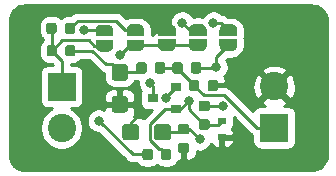
<source format=gbr>
G04 #@! TF.GenerationSoftware,KiCad,Pcbnew,(5.1.4)-1*
G04 #@! TF.CreationDate,2019-12-17T16:38:54-05:00*
G04 #@! TF.ProjectId,BJTPreamp,424a5450-7265-4616-9d70-2e6b69636164,rev?*
G04 #@! TF.SameCoordinates,Original*
G04 #@! TF.FileFunction,Copper,L1,Top*
G04 #@! TF.FilePolarity,Positive*
%FSLAX46Y46*%
G04 Gerber Fmt 4.6, Leading zero omitted, Abs format (unit mm)*
G04 Created by KiCad (PCBNEW (5.1.4)-1) date 2019-12-17 16:38:54*
%MOMM*%
%LPD*%
G04 APERTURE LIST*
%ADD10C,0.100000*%
%ADD11C,1.350000*%
%ADD12C,0.500000*%
%ADD13C,0.875000*%
%ADD14R,0.900000X0.800000*%
%ADD15R,2.400000X2.400000*%
%ADD16C,2.400000*%
%ADD17R,0.700000X0.600000*%
%ADD18C,0.800000*%
%ADD19C,0.250000*%
%ADD20C,0.254000*%
G04 APERTURE END LIST*
D10*
G36*
X79185305Y-98233804D02*
G01*
X79209573Y-98237404D01*
X79233372Y-98243365D01*
X79256471Y-98251630D01*
X79278650Y-98262120D01*
X79299693Y-98274732D01*
X79319399Y-98289347D01*
X79337577Y-98305823D01*
X79354053Y-98324001D01*
X79368668Y-98343707D01*
X79381280Y-98364750D01*
X79391770Y-98386929D01*
X79400035Y-98410028D01*
X79405996Y-98433827D01*
X79409596Y-98458095D01*
X79410800Y-98482599D01*
X79410800Y-99332601D01*
X79409596Y-99357105D01*
X79405996Y-99381373D01*
X79400035Y-99405172D01*
X79391770Y-99428271D01*
X79381280Y-99450450D01*
X79368668Y-99471493D01*
X79354053Y-99491199D01*
X79337577Y-99509377D01*
X79319399Y-99525853D01*
X79299693Y-99540468D01*
X79278650Y-99553080D01*
X79256471Y-99563570D01*
X79233372Y-99571835D01*
X79209573Y-99577796D01*
X79185305Y-99581396D01*
X79160801Y-99582600D01*
X78260799Y-99582600D01*
X78236295Y-99581396D01*
X78212027Y-99577796D01*
X78188228Y-99571835D01*
X78165129Y-99563570D01*
X78142950Y-99553080D01*
X78121907Y-99540468D01*
X78102201Y-99525853D01*
X78084023Y-99509377D01*
X78067547Y-99491199D01*
X78052932Y-99471493D01*
X78040320Y-99450450D01*
X78029830Y-99428271D01*
X78021565Y-99405172D01*
X78015604Y-99381373D01*
X78012004Y-99357105D01*
X78010800Y-99332601D01*
X78010800Y-98482599D01*
X78012004Y-98458095D01*
X78015604Y-98433827D01*
X78021565Y-98410028D01*
X78029830Y-98386929D01*
X78040320Y-98364750D01*
X78052932Y-98343707D01*
X78067547Y-98324001D01*
X78084023Y-98305823D01*
X78102201Y-98289347D01*
X78121907Y-98274732D01*
X78142950Y-98262120D01*
X78165129Y-98251630D01*
X78188228Y-98243365D01*
X78212027Y-98237404D01*
X78236295Y-98233804D01*
X78260799Y-98232600D01*
X79160801Y-98232600D01*
X79185305Y-98233804D01*
X79185305Y-98233804D01*
G37*
D11*
X78710800Y-98907600D03*
D10*
G36*
X81885305Y-98233804D02*
G01*
X81909573Y-98237404D01*
X81933372Y-98243365D01*
X81956471Y-98251630D01*
X81978650Y-98262120D01*
X81999693Y-98274732D01*
X82019399Y-98289347D01*
X82037577Y-98305823D01*
X82054053Y-98324001D01*
X82068668Y-98343707D01*
X82081280Y-98364750D01*
X82091770Y-98386929D01*
X82100035Y-98410028D01*
X82105996Y-98433827D01*
X82109596Y-98458095D01*
X82110800Y-98482599D01*
X82110800Y-99332601D01*
X82109596Y-99357105D01*
X82105996Y-99381373D01*
X82100035Y-99405172D01*
X82091770Y-99428271D01*
X82081280Y-99450450D01*
X82068668Y-99471493D01*
X82054053Y-99491199D01*
X82037577Y-99509377D01*
X82019399Y-99525853D01*
X81999693Y-99540468D01*
X81978650Y-99553080D01*
X81956471Y-99563570D01*
X81933372Y-99571835D01*
X81909573Y-99577796D01*
X81885305Y-99581396D01*
X81860801Y-99582600D01*
X80960799Y-99582600D01*
X80936295Y-99581396D01*
X80912027Y-99577796D01*
X80888228Y-99571835D01*
X80865129Y-99563570D01*
X80842950Y-99553080D01*
X80821907Y-99540468D01*
X80802201Y-99525853D01*
X80784023Y-99509377D01*
X80767547Y-99491199D01*
X80752932Y-99471493D01*
X80740320Y-99450450D01*
X80729830Y-99428271D01*
X80721565Y-99405172D01*
X80715604Y-99381373D01*
X80712004Y-99357105D01*
X80710800Y-99332601D01*
X80710800Y-98482599D01*
X80712004Y-98458095D01*
X80715604Y-98433827D01*
X80721565Y-98410028D01*
X80729830Y-98386929D01*
X80740320Y-98364750D01*
X80752932Y-98343707D01*
X80767547Y-98324001D01*
X80784023Y-98305823D01*
X80802201Y-98289347D01*
X80821907Y-98274732D01*
X80842950Y-98262120D01*
X80865129Y-98251630D01*
X80888228Y-98243365D01*
X80912027Y-98237404D01*
X80936295Y-98233804D01*
X80960799Y-98232600D01*
X81860801Y-98232600D01*
X81885305Y-98233804D01*
X81885305Y-98233804D01*
G37*
D11*
X81410800Y-98907600D03*
D10*
G36*
X78237005Y-95850404D02*
G01*
X78261273Y-95854004D01*
X78285072Y-95859965D01*
X78308171Y-95868230D01*
X78330350Y-95878720D01*
X78351393Y-95891332D01*
X78371099Y-95905947D01*
X78389277Y-95922423D01*
X78405753Y-95940601D01*
X78420368Y-95960307D01*
X78432980Y-95981350D01*
X78443470Y-96003529D01*
X78451735Y-96026628D01*
X78457696Y-96050427D01*
X78461296Y-96074695D01*
X78462500Y-96099199D01*
X78462500Y-96999201D01*
X78461296Y-97023705D01*
X78457696Y-97047973D01*
X78451735Y-97071772D01*
X78443470Y-97094871D01*
X78432980Y-97117050D01*
X78420368Y-97138093D01*
X78405753Y-97157799D01*
X78389277Y-97175977D01*
X78371099Y-97192453D01*
X78351393Y-97207068D01*
X78330350Y-97219680D01*
X78308171Y-97230170D01*
X78285072Y-97238435D01*
X78261273Y-97244396D01*
X78237005Y-97247996D01*
X78212501Y-97249200D01*
X77362499Y-97249200D01*
X77337995Y-97247996D01*
X77313727Y-97244396D01*
X77289928Y-97238435D01*
X77266829Y-97230170D01*
X77244650Y-97219680D01*
X77223607Y-97207068D01*
X77203901Y-97192453D01*
X77185723Y-97175977D01*
X77169247Y-97157799D01*
X77154632Y-97138093D01*
X77142020Y-97117050D01*
X77131530Y-97094871D01*
X77123265Y-97071772D01*
X77117304Y-97047973D01*
X77113704Y-97023705D01*
X77112500Y-96999201D01*
X77112500Y-96099199D01*
X77113704Y-96074695D01*
X77117304Y-96050427D01*
X77123265Y-96026628D01*
X77131530Y-96003529D01*
X77142020Y-95981350D01*
X77154632Y-95960307D01*
X77169247Y-95940601D01*
X77185723Y-95922423D01*
X77203901Y-95905947D01*
X77223607Y-95891332D01*
X77244650Y-95878720D01*
X77266829Y-95868230D01*
X77289928Y-95859965D01*
X77313727Y-95854004D01*
X77337995Y-95850404D01*
X77362499Y-95849200D01*
X78212501Y-95849200D01*
X78237005Y-95850404D01*
X78237005Y-95850404D01*
G37*
D11*
X77787500Y-96549200D03*
D10*
G36*
X78237005Y-93150404D02*
G01*
X78261273Y-93154004D01*
X78285072Y-93159965D01*
X78308171Y-93168230D01*
X78330350Y-93178720D01*
X78351393Y-93191332D01*
X78371099Y-93205947D01*
X78389277Y-93222423D01*
X78405753Y-93240601D01*
X78420368Y-93260307D01*
X78432980Y-93281350D01*
X78443470Y-93303529D01*
X78451735Y-93326628D01*
X78457696Y-93350427D01*
X78461296Y-93374695D01*
X78462500Y-93399199D01*
X78462500Y-94299201D01*
X78461296Y-94323705D01*
X78457696Y-94347973D01*
X78451735Y-94371772D01*
X78443470Y-94394871D01*
X78432980Y-94417050D01*
X78420368Y-94438093D01*
X78405753Y-94457799D01*
X78389277Y-94475977D01*
X78371099Y-94492453D01*
X78351393Y-94507068D01*
X78330350Y-94519680D01*
X78308171Y-94530170D01*
X78285072Y-94538435D01*
X78261273Y-94544396D01*
X78237005Y-94547996D01*
X78212501Y-94549200D01*
X77362499Y-94549200D01*
X77337995Y-94547996D01*
X77313727Y-94544396D01*
X77289928Y-94538435D01*
X77266829Y-94530170D01*
X77244650Y-94519680D01*
X77223607Y-94507068D01*
X77203901Y-94492453D01*
X77185723Y-94475977D01*
X77169247Y-94457799D01*
X77154632Y-94438093D01*
X77142020Y-94417050D01*
X77131530Y-94394871D01*
X77123265Y-94371772D01*
X77117304Y-94347973D01*
X77113704Y-94323705D01*
X77112500Y-94299201D01*
X77112500Y-93399199D01*
X77113704Y-93374695D01*
X77117304Y-93350427D01*
X77123265Y-93326628D01*
X77131530Y-93303529D01*
X77142020Y-93281350D01*
X77154632Y-93260307D01*
X77169247Y-93240601D01*
X77185723Y-93222423D01*
X77203901Y-93205947D01*
X77223607Y-93191332D01*
X77244650Y-93178720D01*
X77266829Y-93168230D01*
X77289928Y-93159965D01*
X77313727Y-93154004D01*
X77337995Y-93150404D01*
X77362499Y-93149200D01*
X78212501Y-93149200D01*
X78237005Y-93150404D01*
X78237005Y-93150404D01*
G37*
D11*
X77787500Y-93849200D03*
D12*
X86984840Y-91561680D03*
D10*
G36*
X87734238Y-91561680D02*
G01*
X87734238Y-91586214D01*
X87729428Y-91635045D01*
X87719856Y-91683170D01*
X87705612Y-91730125D01*
X87686835Y-91775458D01*
X87663704Y-91818731D01*
X87636444Y-91859530D01*
X87605316Y-91897459D01*
X87570619Y-91932156D01*
X87532690Y-91963284D01*
X87491891Y-91990544D01*
X87448618Y-92013675D01*
X87403285Y-92032452D01*
X87356330Y-92046696D01*
X87308205Y-92056268D01*
X87259374Y-92061078D01*
X87234840Y-92061078D01*
X87234840Y-92061680D01*
X86734840Y-92061680D01*
X86734840Y-92061078D01*
X86710306Y-92061078D01*
X86661475Y-92056268D01*
X86613350Y-92046696D01*
X86566395Y-92032452D01*
X86521062Y-92013675D01*
X86477789Y-91990544D01*
X86436990Y-91963284D01*
X86399061Y-91932156D01*
X86364364Y-91897459D01*
X86333236Y-91859530D01*
X86305976Y-91818731D01*
X86282845Y-91775458D01*
X86264068Y-91730125D01*
X86249824Y-91683170D01*
X86240252Y-91635045D01*
X86235442Y-91586214D01*
X86235442Y-91561680D01*
X86234840Y-91561680D01*
X86234840Y-91061680D01*
X87734840Y-91061680D01*
X87734840Y-91561680D01*
X87734238Y-91561680D01*
X87734238Y-91561680D01*
G37*
D12*
X86984840Y-90261680D03*
D10*
G36*
X86234840Y-90761680D02*
G01*
X86234840Y-90261680D01*
X86235442Y-90261680D01*
X86235442Y-90237146D01*
X86240252Y-90188315D01*
X86249824Y-90140190D01*
X86264068Y-90093235D01*
X86282845Y-90047902D01*
X86305976Y-90004629D01*
X86333236Y-89963830D01*
X86364364Y-89925901D01*
X86399061Y-89891204D01*
X86436990Y-89860076D01*
X86477789Y-89832816D01*
X86521062Y-89809685D01*
X86566395Y-89790908D01*
X86613350Y-89776664D01*
X86661475Y-89767092D01*
X86710306Y-89762282D01*
X86734840Y-89762282D01*
X86734840Y-89761680D01*
X87234840Y-89761680D01*
X87234840Y-89762282D01*
X87259374Y-89762282D01*
X87308205Y-89767092D01*
X87356330Y-89776664D01*
X87403285Y-89790908D01*
X87448618Y-89809685D01*
X87491891Y-89832816D01*
X87532690Y-89860076D01*
X87570619Y-89891204D01*
X87605316Y-89925901D01*
X87636444Y-89963830D01*
X87663704Y-90004629D01*
X87686835Y-90047902D01*
X87705612Y-90093235D01*
X87719856Y-90140190D01*
X87729428Y-90188315D01*
X87734238Y-90237146D01*
X87734238Y-90261680D01*
X87734840Y-90261680D01*
X87734840Y-90761680D01*
X86234840Y-90761680D01*
X86234840Y-90761680D01*
G37*
D12*
X76499720Y-90297240D03*
D10*
G36*
X75750322Y-90297240D02*
G01*
X75750322Y-90272706D01*
X75755132Y-90223875D01*
X75764704Y-90175750D01*
X75778948Y-90128795D01*
X75797725Y-90083462D01*
X75820856Y-90040189D01*
X75848116Y-89999390D01*
X75879244Y-89961461D01*
X75913941Y-89926764D01*
X75951870Y-89895636D01*
X75992669Y-89868376D01*
X76035942Y-89845245D01*
X76081275Y-89826468D01*
X76128230Y-89812224D01*
X76176355Y-89802652D01*
X76225186Y-89797842D01*
X76249720Y-89797842D01*
X76249720Y-89797240D01*
X76749720Y-89797240D01*
X76749720Y-89797842D01*
X76774254Y-89797842D01*
X76823085Y-89802652D01*
X76871210Y-89812224D01*
X76918165Y-89826468D01*
X76963498Y-89845245D01*
X77006771Y-89868376D01*
X77047570Y-89895636D01*
X77085499Y-89926764D01*
X77120196Y-89961461D01*
X77151324Y-89999390D01*
X77178584Y-90040189D01*
X77201715Y-90083462D01*
X77220492Y-90128795D01*
X77234736Y-90175750D01*
X77244308Y-90223875D01*
X77249118Y-90272706D01*
X77249118Y-90297240D01*
X77249720Y-90297240D01*
X77249720Y-90797240D01*
X75749720Y-90797240D01*
X75749720Y-90297240D01*
X75750322Y-90297240D01*
X75750322Y-90297240D01*
G37*
D12*
X76499720Y-91597240D03*
D10*
G36*
X77249720Y-91097240D02*
G01*
X77249720Y-91597240D01*
X77249118Y-91597240D01*
X77249118Y-91621774D01*
X77244308Y-91670605D01*
X77234736Y-91718730D01*
X77220492Y-91765685D01*
X77201715Y-91811018D01*
X77178584Y-91854291D01*
X77151324Y-91895090D01*
X77120196Y-91933019D01*
X77085499Y-91967716D01*
X77047570Y-91998844D01*
X77006771Y-92026104D01*
X76963498Y-92049235D01*
X76918165Y-92068012D01*
X76871210Y-92082256D01*
X76823085Y-92091828D01*
X76774254Y-92096638D01*
X76749720Y-92096638D01*
X76749720Y-92097240D01*
X76249720Y-92097240D01*
X76249720Y-92096638D01*
X76225186Y-92096638D01*
X76176355Y-92091828D01*
X76128230Y-92082256D01*
X76081275Y-92068012D01*
X76035942Y-92049235D01*
X75992669Y-92026104D01*
X75951870Y-91998844D01*
X75913941Y-91967716D01*
X75879244Y-91933019D01*
X75848116Y-91895090D01*
X75820856Y-91854291D01*
X75797725Y-91811018D01*
X75778948Y-91765685D01*
X75764704Y-91718730D01*
X75755132Y-91670605D01*
X75750322Y-91621774D01*
X75750322Y-91597240D01*
X75749720Y-91597240D01*
X75749720Y-91097240D01*
X77249720Y-91097240D01*
X77249720Y-91097240D01*
G37*
G36*
X83475391Y-99804753D02*
G01*
X83496626Y-99807903D01*
X83517450Y-99813119D01*
X83537662Y-99820351D01*
X83557068Y-99829530D01*
X83575481Y-99840566D01*
X83592724Y-99853354D01*
X83608630Y-99867770D01*
X83623046Y-99883676D01*
X83635834Y-99900919D01*
X83646870Y-99919332D01*
X83656049Y-99938738D01*
X83663281Y-99958950D01*
X83668497Y-99979774D01*
X83671647Y-100001009D01*
X83672700Y-100022450D01*
X83672700Y-100459950D01*
X83671647Y-100481391D01*
X83668497Y-100502626D01*
X83663281Y-100523450D01*
X83656049Y-100543662D01*
X83646870Y-100563068D01*
X83635834Y-100581481D01*
X83623046Y-100598724D01*
X83608630Y-100614630D01*
X83592724Y-100629046D01*
X83575481Y-100641834D01*
X83557068Y-100652870D01*
X83537662Y-100662049D01*
X83517450Y-100669281D01*
X83496626Y-100674497D01*
X83475391Y-100677647D01*
X83453950Y-100678700D01*
X82941450Y-100678700D01*
X82920009Y-100677647D01*
X82898774Y-100674497D01*
X82877950Y-100669281D01*
X82857738Y-100662049D01*
X82838332Y-100652870D01*
X82819919Y-100641834D01*
X82802676Y-100629046D01*
X82786770Y-100614630D01*
X82772354Y-100598724D01*
X82759566Y-100581481D01*
X82748530Y-100563068D01*
X82739351Y-100543662D01*
X82732119Y-100523450D01*
X82726903Y-100502626D01*
X82723753Y-100481391D01*
X82722700Y-100459950D01*
X82722700Y-100022450D01*
X82723753Y-100001009D01*
X82726903Y-99979774D01*
X82732119Y-99958950D01*
X82739351Y-99938738D01*
X82748530Y-99919332D01*
X82759566Y-99900919D01*
X82772354Y-99883676D01*
X82786770Y-99867770D01*
X82802676Y-99853354D01*
X82819919Y-99840566D01*
X82838332Y-99829530D01*
X82857738Y-99820351D01*
X82877950Y-99813119D01*
X82898774Y-99807903D01*
X82920009Y-99804753D01*
X82941450Y-99803700D01*
X83453950Y-99803700D01*
X83475391Y-99804753D01*
X83475391Y-99804753D01*
G37*
D13*
X83197700Y-100241200D03*
D10*
G36*
X83475391Y-98229753D02*
G01*
X83496626Y-98232903D01*
X83517450Y-98238119D01*
X83537662Y-98245351D01*
X83557068Y-98254530D01*
X83575481Y-98265566D01*
X83592724Y-98278354D01*
X83608630Y-98292770D01*
X83623046Y-98308676D01*
X83635834Y-98325919D01*
X83646870Y-98344332D01*
X83656049Y-98363738D01*
X83663281Y-98383950D01*
X83668497Y-98404774D01*
X83671647Y-98426009D01*
X83672700Y-98447450D01*
X83672700Y-98884950D01*
X83671647Y-98906391D01*
X83668497Y-98927626D01*
X83663281Y-98948450D01*
X83656049Y-98968662D01*
X83646870Y-98988068D01*
X83635834Y-99006481D01*
X83623046Y-99023724D01*
X83608630Y-99039630D01*
X83592724Y-99054046D01*
X83575481Y-99066834D01*
X83557068Y-99077870D01*
X83537662Y-99087049D01*
X83517450Y-99094281D01*
X83496626Y-99099497D01*
X83475391Y-99102647D01*
X83453950Y-99103700D01*
X82941450Y-99103700D01*
X82920009Y-99102647D01*
X82898774Y-99099497D01*
X82877950Y-99094281D01*
X82857738Y-99087049D01*
X82838332Y-99077870D01*
X82819919Y-99066834D01*
X82802676Y-99054046D01*
X82786770Y-99039630D01*
X82772354Y-99023724D01*
X82759566Y-99006481D01*
X82748530Y-98988068D01*
X82739351Y-98968662D01*
X82732119Y-98948450D01*
X82726903Y-98927626D01*
X82723753Y-98906391D01*
X82722700Y-98884950D01*
X82722700Y-98447450D01*
X82723753Y-98426009D01*
X82726903Y-98404774D01*
X82732119Y-98383950D01*
X82739351Y-98363738D01*
X82748530Y-98344332D01*
X82759566Y-98325919D01*
X82772354Y-98308676D01*
X82786770Y-98292770D01*
X82802676Y-98278354D01*
X82819919Y-98265566D01*
X82838332Y-98254530D01*
X82857738Y-98245351D01*
X82877950Y-98238119D01*
X82898774Y-98232903D01*
X82920009Y-98229753D01*
X82941450Y-98228700D01*
X83453950Y-98228700D01*
X83475391Y-98229753D01*
X83475391Y-98229753D01*
G37*
D13*
X83197700Y-98666200D03*
D10*
G36*
X85215291Y-97836253D02*
G01*
X85236526Y-97839403D01*
X85257350Y-97844619D01*
X85277562Y-97851851D01*
X85296968Y-97861030D01*
X85315381Y-97872066D01*
X85332624Y-97884854D01*
X85348530Y-97899270D01*
X85362946Y-97915176D01*
X85375734Y-97932419D01*
X85386770Y-97950832D01*
X85395949Y-97970238D01*
X85403181Y-97990450D01*
X85408397Y-98011274D01*
X85411547Y-98032509D01*
X85412600Y-98053950D01*
X85412600Y-98491450D01*
X85411547Y-98512891D01*
X85408397Y-98534126D01*
X85403181Y-98554950D01*
X85395949Y-98575162D01*
X85386770Y-98594568D01*
X85375734Y-98612981D01*
X85362946Y-98630224D01*
X85348530Y-98646130D01*
X85332624Y-98660546D01*
X85315381Y-98673334D01*
X85296968Y-98684370D01*
X85277562Y-98693549D01*
X85257350Y-98700781D01*
X85236526Y-98705997D01*
X85215291Y-98709147D01*
X85193850Y-98710200D01*
X84681350Y-98710200D01*
X84659909Y-98709147D01*
X84638674Y-98705997D01*
X84617850Y-98700781D01*
X84597638Y-98693549D01*
X84578232Y-98684370D01*
X84559819Y-98673334D01*
X84542576Y-98660546D01*
X84526670Y-98646130D01*
X84512254Y-98630224D01*
X84499466Y-98612981D01*
X84488430Y-98594568D01*
X84479251Y-98575162D01*
X84472019Y-98554950D01*
X84466803Y-98534126D01*
X84463653Y-98512891D01*
X84462600Y-98491450D01*
X84462600Y-98053950D01*
X84463653Y-98032509D01*
X84466803Y-98011274D01*
X84472019Y-97990450D01*
X84479251Y-97970238D01*
X84488430Y-97950832D01*
X84499466Y-97932419D01*
X84512254Y-97915176D01*
X84526670Y-97899270D01*
X84542576Y-97884854D01*
X84559819Y-97872066D01*
X84578232Y-97861030D01*
X84597638Y-97851851D01*
X84617850Y-97844619D01*
X84638674Y-97839403D01*
X84659909Y-97836253D01*
X84681350Y-97835200D01*
X85193850Y-97835200D01*
X85215291Y-97836253D01*
X85215291Y-97836253D01*
G37*
D13*
X84937600Y-98272700D03*
D10*
G36*
X85215291Y-96261253D02*
G01*
X85236526Y-96264403D01*
X85257350Y-96269619D01*
X85277562Y-96276851D01*
X85296968Y-96286030D01*
X85315381Y-96297066D01*
X85332624Y-96309854D01*
X85348530Y-96324270D01*
X85362946Y-96340176D01*
X85375734Y-96357419D01*
X85386770Y-96375832D01*
X85395949Y-96395238D01*
X85403181Y-96415450D01*
X85408397Y-96436274D01*
X85411547Y-96457509D01*
X85412600Y-96478950D01*
X85412600Y-96916450D01*
X85411547Y-96937891D01*
X85408397Y-96959126D01*
X85403181Y-96979950D01*
X85395949Y-97000162D01*
X85386770Y-97019568D01*
X85375734Y-97037981D01*
X85362946Y-97055224D01*
X85348530Y-97071130D01*
X85332624Y-97085546D01*
X85315381Y-97098334D01*
X85296968Y-97109370D01*
X85277562Y-97118549D01*
X85257350Y-97125781D01*
X85236526Y-97130997D01*
X85215291Y-97134147D01*
X85193850Y-97135200D01*
X84681350Y-97135200D01*
X84659909Y-97134147D01*
X84638674Y-97130997D01*
X84617850Y-97125781D01*
X84597638Y-97118549D01*
X84578232Y-97109370D01*
X84559819Y-97098334D01*
X84542576Y-97085546D01*
X84526670Y-97071130D01*
X84512254Y-97055224D01*
X84499466Y-97037981D01*
X84488430Y-97019568D01*
X84479251Y-97000162D01*
X84472019Y-96979950D01*
X84466803Y-96959126D01*
X84463653Y-96937891D01*
X84462600Y-96916450D01*
X84462600Y-96478950D01*
X84463653Y-96457509D01*
X84466803Y-96436274D01*
X84472019Y-96415450D01*
X84479251Y-96395238D01*
X84488430Y-96375832D01*
X84499466Y-96357419D01*
X84512254Y-96340176D01*
X84526670Y-96324270D01*
X84542576Y-96309854D01*
X84559819Y-96297066D01*
X84578232Y-96286030D01*
X84597638Y-96276851D01*
X84617850Y-96269619D01*
X84638674Y-96264403D01*
X84659909Y-96261253D01*
X84681350Y-96260200D01*
X85193850Y-96260200D01*
X85215291Y-96261253D01*
X85215291Y-96261253D01*
G37*
D13*
X84937600Y-96697700D03*
D10*
G36*
X73823991Y-89640173D02*
G01*
X73845226Y-89643323D01*
X73866050Y-89648539D01*
X73886262Y-89655771D01*
X73905668Y-89664950D01*
X73924081Y-89675986D01*
X73941324Y-89688774D01*
X73957230Y-89703190D01*
X73971646Y-89719096D01*
X73984434Y-89736339D01*
X73995470Y-89754752D01*
X74004649Y-89774158D01*
X74011881Y-89794370D01*
X74017097Y-89815194D01*
X74020247Y-89836429D01*
X74021300Y-89857870D01*
X74021300Y-90370370D01*
X74020247Y-90391811D01*
X74017097Y-90413046D01*
X74011881Y-90433870D01*
X74004649Y-90454082D01*
X73995470Y-90473488D01*
X73984434Y-90491901D01*
X73971646Y-90509144D01*
X73957230Y-90525050D01*
X73941324Y-90539466D01*
X73924081Y-90552254D01*
X73905668Y-90563290D01*
X73886262Y-90572469D01*
X73866050Y-90579701D01*
X73845226Y-90584917D01*
X73823991Y-90588067D01*
X73802550Y-90589120D01*
X73365050Y-90589120D01*
X73343609Y-90588067D01*
X73322374Y-90584917D01*
X73301550Y-90579701D01*
X73281338Y-90572469D01*
X73261932Y-90563290D01*
X73243519Y-90552254D01*
X73226276Y-90539466D01*
X73210370Y-90525050D01*
X73195954Y-90509144D01*
X73183166Y-90491901D01*
X73172130Y-90473488D01*
X73162951Y-90454082D01*
X73155719Y-90433870D01*
X73150503Y-90413046D01*
X73147353Y-90391811D01*
X73146300Y-90370370D01*
X73146300Y-89857870D01*
X73147353Y-89836429D01*
X73150503Y-89815194D01*
X73155719Y-89794370D01*
X73162951Y-89774158D01*
X73172130Y-89754752D01*
X73183166Y-89736339D01*
X73195954Y-89719096D01*
X73210370Y-89703190D01*
X73226276Y-89688774D01*
X73243519Y-89675986D01*
X73261932Y-89664950D01*
X73281338Y-89655771D01*
X73301550Y-89648539D01*
X73322374Y-89643323D01*
X73343609Y-89640173D01*
X73365050Y-89639120D01*
X73802550Y-89639120D01*
X73823991Y-89640173D01*
X73823991Y-89640173D01*
G37*
D13*
X73583800Y-90114120D03*
D10*
G36*
X72248991Y-89640173D02*
G01*
X72270226Y-89643323D01*
X72291050Y-89648539D01*
X72311262Y-89655771D01*
X72330668Y-89664950D01*
X72349081Y-89675986D01*
X72366324Y-89688774D01*
X72382230Y-89703190D01*
X72396646Y-89719096D01*
X72409434Y-89736339D01*
X72420470Y-89754752D01*
X72429649Y-89774158D01*
X72436881Y-89794370D01*
X72442097Y-89815194D01*
X72445247Y-89836429D01*
X72446300Y-89857870D01*
X72446300Y-90370370D01*
X72445247Y-90391811D01*
X72442097Y-90413046D01*
X72436881Y-90433870D01*
X72429649Y-90454082D01*
X72420470Y-90473488D01*
X72409434Y-90491901D01*
X72396646Y-90509144D01*
X72382230Y-90525050D01*
X72366324Y-90539466D01*
X72349081Y-90552254D01*
X72330668Y-90563290D01*
X72311262Y-90572469D01*
X72291050Y-90579701D01*
X72270226Y-90584917D01*
X72248991Y-90588067D01*
X72227550Y-90589120D01*
X71790050Y-90589120D01*
X71768609Y-90588067D01*
X71747374Y-90584917D01*
X71726550Y-90579701D01*
X71706338Y-90572469D01*
X71686932Y-90563290D01*
X71668519Y-90552254D01*
X71651276Y-90539466D01*
X71635370Y-90525050D01*
X71620954Y-90509144D01*
X71608166Y-90491901D01*
X71597130Y-90473488D01*
X71587951Y-90454082D01*
X71580719Y-90433870D01*
X71575503Y-90413046D01*
X71572353Y-90391811D01*
X71571300Y-90370370D01*
X71571300Y-89857870D01*
X71572353Y-89836429D01*
X71575503Y-89815194D01*
X71580719Y-89794370D01*
X71587951Y-89774158D01*
X71597130Y-89754752D01*
X71608166Y-89736339D01*
X71620954Y-89719096D01*
X71635370Y-89703190D01*
X71651276Y-89688774D01*
X71668519Y-89675986D01*
X71686932Y-89664950D01*
X71706338Y-89655771D01*
X71726550Y-89648539D01*
X71747374Y-89643323D01*
X71768609Y-89640173D01*
X71790050Y-89639120D01*
X72227550Y-89639120D01*
X72248991Y-89640173D01*
X72248991Y-89640173D01*
G37*
D13*
X72008800Y-90114120D03*
D10*
G36*
X84492091Y-92998053D02*
G01*
X84513326Y-93001203D01*
X84534150Y-93006419D01*
X84554362Y-93013651D01*
X84573768Y-93022830D01*
X84592181Y-93033866D01*
X84609424Y-93046654D01*
X84625330Y-93061070D01*
X84639746Y-93076976D01*
X84652534Y-93094219D01*
X84663570Y-93112632D01*
X84672749Y-93132038D01*
X84679981Y-93152250D01*
X84685197Y-93173074D01*
X84688347Y-93194309D01*
X84689400Y-93215750D01*
X84689400Y-93728250D01*
X84688347Y-93749691D01*
X84685197Y-93770926D01*
X84679981Y-93791750D01*
X84672749Y-93811962D01*
X84663570Y-93831368D01*
X84652534Y-93849781D01*
X84639746Y-93867024D01*
X84625330Y-93882930D01*
X84609424Y-93897346D01*
X84592181Y-93910134D01*
X84573768Y-93921170D01*
X84554362Y-93930349D01*
X84534150Y-93937581D01*
X84513326Y-93942797D01*
X84492091Y-93945947D01*
X84470650Y-93947000D01*
X84033150Y-93947000D01*
X84011709Y-93945947D01*
X83990474Y-93942797D01*
X83969650Y-93937581D01*
X83949438Y-93930349D01*
X83930032Y-93921170D01*
X83911619Y-93910134D01*
X83894376Y-93897346D01*
X83878470Y-93882930D01*
X83864054Y-93867024D01*
X83851266Y-93849781D01*
X83840230Y-93831368D01*
X83831051Y-93811962D01*
X83823819Y-93791750D01*
X83818603Y-93770926D01*
X83815453Y-93749691D01*
X83814400Y-93728250D01*
X83814400Y-93215750D01*
X83815453Y-93194309D01*
X83818603Y-93173074D01*
X83823819Y-93152250D01*
X83831051Y-93132038D01*
X83840230Y-93112632D01*
X83851266Y-93094219D01*
X83864054Y-93076976D01*
X83878470Y-93061070D01*
X83894376Y-93046654D01*
X83911619Y-93033866D01*
X83930032Y-93022830D01*
X83949438Y-93013651D01*
X83969650Y-93006419D01*
X83990474Y-93001203D01*
X84011709Y-92998053D01*
X84033150Y-92997000D01*
X84470650Y-92997000D01*
X84492091Y-92998053D01*
X84492091Y-92998053D01*
G37*
D13*
X84251900Y-93472000D03*
D10*
G36*
X82917091Y-92998053D02*
G01*
X82938326Y-93001203D01*
X82959150Y-93006419D01*
X82979362Y-93013651D01*
X82998768Y-93022830D01*
X83017181Y-93033866D01*
X83034424Y-93046654D01*
X83050330Y-93061070D01*
X83064746Y-93076976D01*
X83077534Y-93094219D01*
X83088570Y-93112632D01*
X83097749Y-93132038D01*
X83104981Y-93152250D01*
X83110197Y-93173074D01*
X83113347Y-93194309D01*
X83114400Y-93215750D01*
X83114400Y-93728250D01*
X83113347Y-93749691D01*
X83110197Y-93770926D01*
X83104981Y-93791750D01*
X83097749Y-93811962D01*
X83088570Y-93831368D01*
X83077534Y-93849781D01*
X83064746Y-93867024D01*
X83050330Y-93882930D01*
X83034424Y-93897346D01*
X83017181Y-93910134D01*
X82998768Y-93921170D01*
X82979362Y-93930349D01*
X82959150Y-93937581D01*
X82938326Y-93942797D01*
X82917091Y-93945947D01*
X82895650Y-93947000D01*
X82458150Y-93947000D01*
X82436709Y-93945947D01*
X82415474Y-93942797D01*
X82394650Y-93937581D01*
X82374438Y-93930349D01*
X82355032Y-93921170D01*
X82336619Y-93910134D01*
X82319376Y-93897346D01*
X82303470Y-93882930D01*
X82289054Y-93867024D01*
X82276266Y-93849781D01*
X82265230Y-93831368D01*
X82256051Y-93811962D01*
X82248819Y-93791750D01*
X82243603Y-93770926D01*
X82240453Y-93749691D01*
X82239400Y-93728250D01*
X82239400Y-93215750D01*
X82240453Y-93194309D01*
X82243603Y-93173074D01*
X82248819Y-93152250D01*
X82256051Y-93132038D01*
X82265230Y-93112632D01*
X82276266Y-93094219D01*
X82289054Y-93076976D01*
X82303470Y-93061070D01*
X82319376Y-93046654D01*
X82336619Y-93033866D01*
X82355032Y-93022830D01*
X82374438Y-93013651D01*
X82394650Y-93006419D01*
X82415474Y-93001203D01*
X82436709Y-92998053D01*
X82458150Y-92997000D01*
X82895650Y-92997000D01*
X82917091Y-92998053D01*
X82917091Y-92998053D01*
G37*
D13*
X82676900Y-93472000D03*
D10*
G36*
X79869091Y-92998053D02*
G01*
X79890326Y-93001203D01*
X79911150Y-93006419D01*
X79931362Y-93013651D01*
X79950768Y-93022830D01*
X79969181Y-93033866D01*
X79986424Y-93046654D01*
X80002330Y-93061070D01*
X80016746Y-93076976D01*
X80029534Y-93094219D01*
X80040570Y-93112632D01*
X80049749Y-93132038D01*
X80056981Y-93152250D01*
X80062197Y-93173074D01*
X80065347Y-93194309D01*
X80066400Y-93215750D01*
X80066400Y-93728250D01*
X80065347Y-93749691D01*
X80062197Y-93770926D01*
X80056981Y-93791750D01*
X80049749Y-93811962D01*
X80040570Y-93831368D01*
X80029534Y-93849781D01*
X80016746Y-93867024D01*
X80002330Y-93882930D01*
X79986424Y-93897346D01*
X79969181Y-93910134D01*
X79950768Y-93921170D01*
X79931362Y-93930349D01*
X79911150Y-93937581D01*
X79890326Y-93942797D01*
X79869091Y-93945947D01*
X79847650Y-93947000D01*
X79410150Y-93947000D01*
X79388709Y-93945947D01*
X79367474Y-93942797D01*
X79346650Y-93937581D01*
X79326438Y-93930349D01*
X79307032Y-93921170D01*
X79288619Y-93910134D01*
X79271376Y-93897346D01*
X79255470Y-93882930D01*
X79241054Y-93867024D01*
X79228266Y-93849781D01*
X79217230Y-93831368D01*
X79208051Y-93811962D01*
X79200819Y-93791750D01*
X79195603Y-93770926D01*
X79192453Y-93749691D01*
X79191400Y-93728250D01*
X79191400Y-93215750D01*
X79192453Y-93194309D01*
X79195603Y-93173074D01*
X79200819Y-93152250D01*
X79208051Y-93132038D01*
X79217230Y-93112632D01*
X79228266Y-93094219D01*
X79241054Y-93076976D01*
X79255470Y-93061070D01*
X79271376Y-93046654D01*
X79288619Y-93033866D01*
X79307032Y-93022830D01*
X79326438Y-93013651D01*
X79346650Y-93006419D01*
X79367474Y-93001203D01*
X79388709Y-92998053D01*
X79410150Y-92997000D01*
X79847650Y-92997000D01*
X79869091Y-92998053D01*
X79869091Y-92998053D01*
G37*
D13*
X79628900Y-93472000D03*
D10*
G36*
X81444091Y-92998053D02*
G01*
X81465326Y-93001203D01*
X81486150Y-93006419D01*
X81506362Y-93013651D01*
X81525768Y-93022830D01*
X81544181Y-93033866D01*
X81561424Y-93046654D01*
X81577330Y-93061070D01*
X81591746Y-93076976D01*
X81604534Y-93094219D01*
X81615570Y-93112632D01*
X81624749Y-93132038D01*
X81631981Y-93152250D01*
X81637197Y-93173074D01*
X81640347Y-93194309D01*
X81641400Y-93215750D01*
X81641400Y-93728250D01*
X81640347Y-93749691D01*
X81637197Y-93770926D01*
X81631981Y-93791750D01*
X81624749Y-93811962D01*
X81615570Y-93831368D01*
X81604534Y-93849781D01*
X81591746Y-93867024D01*
X81577330Y-93882930D01*
X81561424Y-93897346D01*
X81544181Y-93910134D01*
X81525768Y-93921170D01*
X81506362Y-93930349D01*
X81486150Y-93937581D01*
X81465326Y-93942797D01*
X81444091Y-93945947D01*
X81422650Y-93947000D01*
X80985150Y-93947000D01*
X80963709Y-93945947D01*
X80942474Y-93942797D01*
X80921650Y-93937581D01*
X80901438Y-93930349D01*
X80882032Y-93921170D01*
X80863619Y-93910134D01*
X80846376Y-93897346D01*
X80830470Y-93882930D01*
X80816054Y-93867024D01*
X80803266Y-93849781D01*
X80792230Y-93831368D01*
X80783051Y-93811962D01*
X80775819Y-93791750D01*
X80770603Y-93770926D01*
X80767453Y-93749691D01*
X80766400Y-93728250D01*
X80766400Y-93215750D01*
X80767453Y-93194309D01*
X80770603Y-93173074D01*
X80775819Y-93152250D01*
X80783051Y-93132038D01*
X80792230Y-93112632D01*
X80803266Y-93094219D01*
X80816054Y-93076976D01*
X80830470Y-93061070D01*
X80846376Y-93046654D01*
X80863619Y-93033866D01*
X80882032Y-93022830D01*
X80901438Y-93013651D01*
X80921650Y-93006419D01*
X80942474Y-93001203D01*
X80963709Y-92998053D01*
X80985150Y-92997000D01*
X81422650Y-92997000D01*
X81444091Y-92998053D01*
X81444091Y-92998053D01*
G37*
D13*
X81203900Y-93472000D03*
D10*
G36*
X72269411Y-91555333D02*
G01*
X72290646Y-91558483D01*
X72311470Y-91563699D01*
X72331682Y-91570931D01*
X72351088Y-91580110D01*
X72369501Y-91591146D01*
X72386744Y-91603934D01*
X72402650Y-91618350D01*
X72417066Y-91634256D01*
X72429854Y-91651499D01*
X72440890Y-91669912D01*
X72450069Y-91689318D01*
X72457301Y-91709530D01*
X72462517Y-91730354D01*
X72465667Y-91751589D01*
X72466720Y-91773030D01*
X72466720Y-92285530D01*
X72465667Y-92306971D01*
X72462517Y-92328206D01*
X72457301Y-92349030D01*
X72450069Y-92369242D01*
X72440890Y-92388648D01*
X72429854Y-92407061D01*
X72417066Y-92424304D01*
X72402650Y-92440210D01*
X72386744Y-92454626D01*
X72369501Y-92467414D01*
X72351088Y-92478450D01*
X72331682Y-92487629D01*
X72311470Y-92494861D01*
X72290646Y-92500077D01*
X72269411Y-92503227D01*
X72247970Y-92504280D01*
X71810470Y-92504280D01*
X71789029Y-92503227D01*
X71767794Y-92500077D01*
X71746970Y-92494861D01*
X71726758Y-92487629D01*
X71707352Y-92478450D01*
X71688939Y-92467414D01*
X71671696Y-92454626D01*
X71655790Y-92440210D01*
X71641374Y-92424304D01*
X71628586Y-92407061D01*
X71617550Y-92388648D01*
X71608371Y-92369242D01*
X71601139Y-92349030D01*
X71595923Y-92328206D01*
X71592773Y-92306971D01*
X71591720Y-92285530D01*
X71591720Y-91773030D01*
X71592773Y-91751589D01*
X71595923Y-91730354D01*
X71601139Y-91709530D01*
X71608371Y-91689318D01*
X71617550Y-91669912D01*
X71628586Y-91651499D01*
X71641374Y-91634256D01*
X71655790Y-91618350D01*
X71671696Y-91603934D01*
X71688939Y-91591146D01*
X71707352Y-91580110D01*
X71726758Y-91570931D01*
X71746970Y-91563699D01*
X71767794Y-91558483D01*
X71789029Y-91555333D01*
X71810470Y-91554280D01*
X72247970Y-91554280D01*
X72269411Y-91555333D01*
X72269411Y-91555333D01*
G37*
D13*
X72029220Y-92029280D03*
D10*
G36*
X73844411Y-91555333D02*
G01*
X73865646Y-91558483D01*
X73886470Y-91563699D01*
X73906682Y-91570931D01*
X73926088Y-91580110D01*
X73944501Y-91591146D01*
X73961744Y-91603934D01*
X73977650Y-91618350D01*
X73992066Y-91634256D01*
X74004854Y-91651499D01*
X74015890Y-91669912D01*
X74025069Y-91689318D01*
X74032301Y-91709530D01*
X74037517Y-91730354D01*
X74040667Y-91751589D01*
X74041720Y-91773030D01*
X74041720Y-92285530D01*
X74040667Y-92306971D01*
X74037517Y-92328206D01*
X74032301Y-92349030D01*
X74025069Y-92369242D01*
X74015890Y-92388648D01*
X74004854Y-92407061D01*
X73992066Y-92424304D01*
X73977650Y-92440210D01*
X73961744Y-92454626D01*
X73944501Y-92467414D01*
X73926088Y-92478450D01*
X73906682Y-92487629D01*
X73886470Y-92494861D01*
X73865646Y-92500077D01*
X73844411Y-92503227D01*
X73822970Y-92504280D01*
X73385470Y-92504280D01*
X73364029Y-92503227D01*
X73342794Y-92500077D01*
X73321970Y-92494861D01*
X73301758Y-92487629D01*
X73282352Y-92478450D01*
X73263939Y-92467414D01*
X73246696Y-92454626D01*
X73230790Y-92440210D01*
X73216374Y-92424304D01*
X73203586Y-92407061D01*
X73192550Y-92388648D01*
X73183371Y-92369242D01*
X73176139Y-92349030D01*
X73170923Y-92328206D01*
X73167773Y-92306971D01*
X73166720Y-92285530D01*
X73166720Y-91773030D01*
X73167773Y-91751589D01*
X73170923Y-91730354D01*
X73176139Y-91709530D01*
X73183371Y-91689318D01*
X73192550Y-91669912D01*
X73203586Y-91651499D01*
X73216374Y-91634256D01*
X73230790Y-91618350D01*
X73246696Y-91603934D01*
X73263939Y-91591146D01*
X73282352Y-91580110D01*
X73301758Y-91570931D01*
X73321970Y-91563699D01*
X73342794Y-91558483D01*
X73364029Y-91555333D01*
X73385470Y-91554280D01*
X73822970Y-91554280D01*
X73844411Y-91555333D01*
X73844411Y-91555333D01*
G37*
D13*
X73604220Y-92029280D03*
D14*
X80597500Y-96024700D03*
X82597500Y-95074700D03*
X82597500Y-96974700D03*
D12*
X81782920Y-90256600D03*
D10*
G36*
X81033522Y-90256600D02*
G01*
X81033522Y-90232066D01*
X81038332Y-90183235D01*
X81047904Y-90135110D01*
X81062148Y-90088155D01*
X81080925Y-90042822D01*
X81104056Y-89999549D01*
X81131316Y-89958750D01*
X81162444Y-89920821D01*
X81197141Y-89886124D01*
X81235070Y-89854996D01*
X81275869Y-89827736D01*
X81319142Y-89804605D01*
X81364475Y-89785828D01*
X81411430Y-89771584D01*
X81459555Y-89762012D01*
X81508386Y-89757202D01*
X81532920Y-89757202D01*
X81532920Y-89756600D01*
X82032920Y-89756600D01*
X82032920Y-89757202D01*
X82057454Y-89757202D01*
X82106285Y-89762012D01*
X82154410Y-89771584D01*
X82201365Y-89785828D01*
X82246698Y-89804605D01*
X82289971Y-89827736D01*
X82330770Y-89854996D01*
X82368699Y-89886124D01*
X82403396Y-89920821D01*
X82434524Y-89958750D01*
X82461784Y-89999549D01*
X82484915Y-90042822D01*
X82503692Y-90088155D01*
X82517936Y-90135110D01*
X82527508Y-90183235D01*
X82532318Y-90232066D01*
X82532318Y-90256600D01*
X82532920Y-90256600D01*
X82532920Y-90756600D01*
X81032920Y-90756600D01*
X81032920Y-90256600D01*
X81033522Y-90256600D01*
X81033522Y-90256600D01*
G37*
D12*
X81782920Y-91556600D03*
D10*
G36*
X82532920Y-91056600D02*
G01*
X82532920Y-91556600D01*
X82532318Y-91556600D01*
X82532318Y-91581134D01*
X82527508Y-91629965D01*
X82517936Y-91678090D01*
X82503692Y-91725045D01*
X82484915Y-91770378D01*
X82461784Y-91813651D01*
X82434524Y-91854450D01*
X82403396Y-91892379D01*
X82368699Y-91927076D01*
X82330770Y-91958204D01*
X82289971Y-91985464D01*
X82246698Y-92008595D01*
X82201365Y-92027372D01*
X82154410Y-92041616D01*
X82106285Y-92051188D01*
X82057454Y-92055998D01*
X82032920Y-92055998D01*
X82032920Y-92056600D01*
X81532920Y-92056600D01*
X81532920Y-92055998D01*
X81508386Y-92055998D01*
X81459555Y-92051188D01*
X81411430Y-92041616D01*
X81364475Y-92027372D01*
X81319142Y-92008595D01*
X81275869Y-91985464D01*
X81235070Y-91958204D01*
X81197141Y-91927076D01*
X81162444Y-91892379D01*
X81131316Y-91854450D01*
X81104056Y-91813651D01*
X81080925Y-91770378D01*
X81062148Y-91725045D01*
X81047904Y-91678090D01*
X81038332Y-91629965D01*
X81033522Y-91581134D01*
X81033522Y-91556600D01*
X81032920Y-91556600D01*
X81032920Y-91056600D01*
X82532920Y-91056600D01*
X82532920Y-91056600D01*
G37*
D12*
X84399120Y-90256840D03*
D10*
G36*
X83649722Y-90256840D02*
G01*
X83649722Y-90232306D01*
X83654532Y-90183475D01*
X83664104Y-90135350D01*
X83678348Y-90088395D01*
X83697125Y-90043062D01*
X83720256Y-89999789D01*
X83747516Y-89958990D01*
X83778644Y-89921061D01*
X83813341Y-89886364D01*
X83851270Y-89855236D01*
X83892069Y-89827976D01*
X83935342Y-89804845D01*
X83980675Y-89786068D01*
X84027630Y-89771824D01*
X84075755Y-89762252D01*
X84124586Y-89757442D01*
X84149120Y-89757442D01*
X84149120Y-89756840D01*
X84649120Y-89756840D01*
X84649120Y-89757442D01*
X84673654Y-89757442D01*
X84722485Y-89762252D01*
X84770610Y-89771824D01*
X84817565Y-89786068D01*
X84862898Y-89804845D01*
X84906171Y-89827976D01*
X84946970Y-89855236D01*
X84984899Y-89886364D01*
X85019596Y-89921061D01*
X85050724Y-89958990D01*
X85077984Y-89999789D01*
X85101115Y-90043062D01*
X85119892Y-90088395D01*
X85134136Y-90135350D01*
X85143708Y-90183475D01*
X85148518Y-90232306D01*
X85148518Y-90256840D01*
X85149120Y-90256840D01*
X85149120Y-90756840D01*
X83649120Y-90756840D01*
X83649120Y-90256840D01*
X83649722Y-90256840D01*
X83649722Y-90256840D01*
G37*
D12*
X84399120Y-91556840D03*
D10*
G36*
X85149120Y-91056840D02*
G01*
X85149120Y-91556840D01*
X85148518Y-91556840D01*
X85148518Y-91581374D01*
X85143708Y-91630205D01*
X85134136Y-91678330D01*
X85119892Y-91725285D01*
X85101115Y-91770618D01*
X85077984Y-91813891D01*
X85050724Y-91854690D01*
X85019596Y-91892619D01*
X84984899Y-91927316D01*
X84946970Y-91958444D01*
X84906171Y-91985704D01*
X84862898Y-92008835D01*
X84817565Y-92027612D01*
X84770610Y-92041856D01*
X84722485Y-92051428D01*
X84673654Y-92056238D01*
X84649120Y-92056238D01*
X84649120Y-92056840D01*
X84149120Y-92056840D01*
X84149120Y-92056238D01*
X84124586Y-92056238D01*
X84075755Y-92051428D01*
X84027630Y-92041856D01*
X83980675Y-92027612D01*
X83935342Y-92008835D01*
X83892069Y-91985704D01*
X83851270Y-91958444D01*
X83813341Y-91927316D01*
X83778644Y-91892619D01*
X83747516Y-91854690D01*
X83720256Y-91813891D01*
X83697125Y-91770618D01*
X83678348Y-91725285D01*
X83664104Y-91678330D01*
X83654532Y-91630205D01*
X83649722Y-91581374D01*
X83649722Y-91556840D01*
X83649120Y-91556840D01*
X83649120Y-91056840D01*
X85149120Y-91056840D01*
X85149120Y-91056840D01*
G37*
D12*
X79115920Y-90267000D03*
D10*
G36*
X78366522Y-90267000D02*
G01*
X78366522Y-90242466D01*
X78371332Y-90193635D01*
X78380904Y-90145510D01*
X78395148Y-90098555D01*
X78413925Y-90053222D01*
X78437056Y-90009949D01*
X78464316Y-89969150D01*
X78495444Y-89931221D01*
X78530141Y-89896524D01*
X78568070Y-89865396D01*
X78608869Y-89838136D01*
X78652142Y-89815005D01*
X78697475Y-89796228D01*
X78744430Y-89781984D01*
X78792555Y-89772412D01*
X78841386Y-89767602D01*
X78865920Y-89767602D01*
X78865920Y-89767000D01*
X79365920Y-89767000D01*
X79365920Y-89767602D01*
X79390454Y-89767602D01*
X79439285Y-89772412D01*
X79487410Y-89781984D01*
X79534365Y-89796228D01*
X79579698Y-89815005D01*
X79622971Y-89838136D01*
X79663770Y-89865396D01*
X79701699Y-89896524D01*
X79736396Y-89931221D01*
X79767524Y-89969150D01*
X79794784Y-90009949D01*
X79817915Y-90053222D01*
X79836692Y-90098555D01*
X79850936Y-90145510D01*
X79860508Y-90193635D01*
X79865318Y-90242466D01*
X79865318Y-90267000D01*
X79865920Y-90267000D01*
X79865920Y-90767000D01*
X78365920Y-90767000D01*
X78365920Y-90267000D01*
X78366522Y-90267000D01*
X78366522Y-90267000D01*
G37*
D12*
X79115920Y-91567000D03*
D10*
G36*
X79865920Y-91067000D02*
G01*
X79865920Y-91567000D01*
X79865318Y-91567000D01*
X79865318Y-91591534D01*
X79860508Y-91640365D01*
X79850936Y-91688490D01*
X79836692Y-91735445D01*
X79817915Y-91780778D01*
X79794784Y-91824051D01*
X79767524Y-91864850D01*
X79736396Y-91902779D01*
X79701699Y-91937476D01*
X79663770Y-91968604D01*
X79622971Y-91995864D01*
X79579698Y-92018995D01*
X79534365Y-92037772D01*
X79487410Y-92052016D01*
X79439285Y-92061588D01*
X79390454Y-92066398D01*
X79365920Y-92066398D01*
X79365920Y-92067000D01*
X78865920Y-92067000D01*
X78865920Y-92066398D01*
X78841386Y-92066398D01*
X78792555Y-92061588D01*
X78744430Y-92052016D01*
X78697475Y-92037772D01*
X78652142Y-92018995D01*
X78608869Y-91995864D01*
X78568070Y-91968604D01*
X78530141Y-91937476D01*
X78495444Y-91902779D01*
X78464316Y-91864850D01*
X78437056Y-91824051D01*
X78413925Y-91780778D01*
X78395148Y-91735445D01*
X78380904Y-91688490D01*
X78371332Y-91640365D01*
X78366522Y-91591534D01*
X78366522Y-91567000D01*
X78365920Y-91567000D01*
X78365920Y-91067000D01*
X79865920Y-91067000D01*
X79865920Y-91067000D01*
G37*
D15*
X90865960Y-98541840D03*
D16*
X90865960Y-95041840D03*
X72872600Y-98567120D03*
D15*
X72872600Y-95067120D03*
D17*
X86448900Y-97928200D03*
X86448900Y-99328200D03*
D10*
G36*
X80389791Y-100325953D02*
G01*
X80411026Y-100329103D01*
X80431850Y-100334319D01*
X80452062Y-100341551D01*
X80471468Y-100350730D01*
X80489881Y-100361766D01*
X80507124Y-100374554D01*
X80523030Y-100388970D01*
X80537446Y-100404876D01*
X80550234Y-100422119D01*
X80561270Y-100440532D01*
X80570449Y-100459938D01*
X80577681Y-100480150D01*
X80582897Y-100500974D01*
X80586047Y-100522209D01*
X80587100Y-100543650D01*
X80587100Y-101056150D01*
X80586047Y-101077591D01*
X80582897Y-101098826D01*
X80577681Y-101119650D01*
X80570449Y-101139862D01*
X80561270Y-101159268D01*
X80550234Y-101177681D01*
X80537446Y-101194924D01*
X80523030Y-101210830D01*
X80507124Y-101225246D01*
X80489881Y-101238034D01*
X80471468Y-101249070D01*
X80452062Y-101258249D01*
X80431850Y-101265481D01*
X80411026Y-101270697D01*
X80389791Y-101273847D01*
X80368350Y-101274900D01*
X79930850Y-101274900D01*
X79909409Y-101273847D01*
X79888174Y-101270697D01*
X79867350Y-101265481D01*
X79847138Y-101258249D01*
X79827732Y-101249070D01*
X79809319Y-101238034D01*
X79792076Y-101225246D01*
X79776170Y-101210830D01*
X79761754Y-101194924D01*
X79748966Y-101177681D01*
X79737930Y-101159268D01*
X79728751Y-101139862D01*
X79721519Y-101119650D01*
X79716303Y-101098826D01*
X79713153Y-101077591D01*
X79712100Y-101056150D01*
X79712100Y-100543650D01*
X79713153Y-100522209D01*
X79716303Y-100500974D01*
X79721519Y-100480150D01*
X79728751Y-100459938D01*
X79737930Y-100440532D01*
X79748966Y-100422119D01*
X79761754Y-100404876D01*
X79776170Y-100388970D01*
X79792076Y-100374554D01*
X79809319Y-100361766D01*
X79827732Y-100350730D01*
X79847138Y-100341551D01*
X79867350Y-100334319D01*
X79888174Y-100329103D01*
X79909409Y-100325953D01*
X79930850Y-100324900D01*
X80368350Y-100324900D01*
X80389791Y-100325953D01*
X80389791Y-100325953D01*
G37*
D13*
X80149600Y-100799900D03*
D10*
G36*
X81964791Y-100325953D02*
G01*
X81986026Y-100329103D01*
X82006850Y-100334319D01*
X82027062Y-100341551D01*
X82046468Y-100350730D01*
X82064881Y-100361766D01*
X82082124Y-100374554D01*
X82098030Y-100388970D01*
X82112446Y-100404876D01*
X82125234Y-100422119D01*
X82136270Y-100440532D01*
X82145449Y-100459938D01*
X82152681Y-100480150D01*
X82157897Y-100500974D01*
X82161047Y-100522209D01*
X82162100Y-100543650D01*
X82162100Y-101056150D01*
X82161047Y-101077591D01*
X82157897Y-101098826D01*
X82152681Y-101119650D01*
X82145449Y-101139862D01*
X82136270Y-101159268D01*
X82125234Y-101177681D01*
X82112446Y-101194924D01*
X82098030Y-101210830D01*
X82082124Y-101225246D01*
X82064881Y-101238034D01*
X82046468Y-101249070D01*
X82027062Y-101258249D01*
X82006850Y-101265481D01*
X81986026Y-101270697D01*
X81964791Y-101273847D01*
X81943350Y-101274900D01*
X81505850Y-101274900D01*
X81484409Y-101273847D01*
X81463174Y-101270697D01*
X81442350Y-101265481D01*
X81422138Y-101258249D01*
X81402732Y-101249070D01*
X81384319Y-101238034D01*
X81367076Y-101225246D01*
X81351170Y-101210830D01*
X81336754Y-101194924D01*
X81323966Y-101177681D01*
X81312930Y-101159268D01*
X81303751Y-101139862D01*
X81296519Y-101119650D01*
X81291303Y-101098826D01*
X81288153Y-101077591D01*
X81287100Y-101056150D01*
X81287100Y-100543650D01*
X81288153Y-100522209D01*
X81291303Y-100500974D01*
X81296519Y-100480150D01*
X81303751Y-100459938D01*
X81312930Y-100440532D01*
X81323966Y-100422119D01*
X81336754Y-100404876D01*
X81351170Y-100388970D01*
X81367076Y-100374554D01*
X81384319Y-100361766D01*
X81402732Y-100350730D01*
X81422138Y-100341551D01*
X81442350Y-100334319D01*
X81463174Y-100329103D01*
X81484409Y-100325953D01*
X81505850Y-100324900D01*
X81943350Y-100324900D01*
X81964791Y-100325953D01*
X81964791Y-100325953D01*
G37*
D13*
X81724600Y-100799900D03*
D10*
G36*
X85914491Y-94509353D02*
G01*
X85935726Y-94512503D01*
X85956550Y-94517719D01*
X85976762Y-94524951D01*
X85996168Y-94534130D01*
X86014581Y-94545166D01*
X86031824Y-94557954D01*
X86047730Y-94572370D01*
X86062146Y-94588276D01*
X86074934Y-94605519D01*
X86085970Y-94623932D01*
X86095149Y-94643338D01*
X86102381Y-94663550D01*
X86107597Y-94684374D01*
X86110747Y-94705609D01*
X86111800Y-94727050D01*
X86111800Y-95239550D01*
X86110747Y-95260991D01*
X86107597Y-95282226D01*
X86102381Y-95303050D01*
X86095149Y-95323262D01*
X86085970Y-95342668D01*
X86074934Y-95361081D01*
X86062146Y-95378324D01*
X86047730Y-95394230D01*
X86031824Y-95408646D01*
X86014581Y-95421434D01*
X85996168Y-95432470D01*
X85976762Y-95441649D01*
X85956550Y-95448881D01*
X85935726Y-95454097D01*
X85914491Y-95457247D01*
X85893050Y-95458300D01*
X85455550Y-95458300D01*
X85434109Y-95457247D01*
X85412874Y-95454097D01*
X85392050Y-95448881D01*
X85371838Y-95441649D01*
X85352432Y-95432470D01*
X85334019Y-95421434D01*
X85316776Y-95408646D01*
X85300870Y-95394230D01*
X85286454Y-95378324D01*
X85273666Y-95361081D01*
X85262630Y-95342668D01*
X85253451Y-95323262D01*
X85246219Y-95303050D01*
X85241003Y-95282226D01*
X85237853Y-95260991D01*
X85236800Y-95239550D01*
X85236800Y-94727050D01*
X85237853Y-94705609D01*
X85241003Y-94684374D01*
X85246219Y-94663550D01*
X85253451Y-94643338D01*
X85262630Y-94623932D01*
X85273666Y-94605519D01*
X85286454Y-94588276D01*
X85300870Y-94572370D01*
X85316776Y-94557954D01*
X85334019Y-94545166D01*
X85352432Y-94534130D01*
X85371838Y-94524951D01*
X85392050Y-94517719D01*
X85412874Y-94512503D01*
X85434109Y-94509353D01*
X85455550Y-94508300D01*
X85893050Y-94508300D01*
X85914491Y-94509353D01*
X85914491Y-94509353D01*
G37*
D13*
X85674300Y-94983300D03*
D10*
G36*
X84339491Y-94509353D02*
G01*
X84360726Y-94512503D01*
X84381550Y-94517719D01*
X84401762Y-94524951D01*
X84421168Y-94534130D01*
X84439581Y-94545166D01*
X84456824Y-94557954D01*
X84472730Y-94572370D01*
X84487146Y-94588276D01*
X84499934Y-94605519D01*
X84510970Y-94623932D01*
X84520149Y-94643338D01*
X84527381Y-94663550D01*
X84532597Y-94684374D01*
X84535747Y-94705609D01*
X84536800Y-94727050D01*
X84536800Y-95239550D01*
X84535747Y-95260991D01*
X84532597Y-95282226D01*
X84527381Y-95303050D01*
X84520149Y-95323262D01*
X84510970Y-95342668D01*
X84499934Y-95361081D01*
X84487146Y-95378324D01*
X84472730Y-95394230D01*
X84456824Y-95408646D01*
X84439581Y-95421434D01*
X84421168Y-95432470D01*
X84401762Y-95441649D01*
X84381550Y-95448881D01*
X84360726Y-95454097D01*
X84339491Y-95457247D01*
X84318050Y-95458300D01*
X83880550Y-95458300D01*
X83859109Y-95457247D01*
X83837874Y-95454097D01*
X83817050Y-95448881D01*
X83796838Y-95441649D01*
X83777432Y-95432470D01*
X83759019Y-95421434D01*
X83741776Y-95408646D01*
X83725870Y-95394230D01*
X83711454Y-95378324D01*
X83698666Y-95361081D01*
X83687630Y-95342668D01*
X83678451Y-95323262D01*
X83671219Y-95303050D01*
X83666003Y-95282226D01*
X83662853Y-95260991D01*
X83661800Y-95239550D01*
X83661800Y-94727050D01*
X83662853Y-94705609D01*
X83666003Y-94684374D01*
X83671219Y-94663550D01*
X83678451Y-94643338D01*
X83687630Y-94623932D01*
X83698666Y-94605519D01*
X83711454Y-94588276D01*
X83725870Y-94572370D01*
X83741776Y-94557954D01*
X83759019Y-94545166D01*
X83777432Y-94534130D01*
X83796838Y-94524951D01*
X83817050Y-94517719D01*
X83837874Y-94512503D01*
X83859109Y-94509353D01*
X83880550Y-94508300D01*
X84318050Y-94508300D01*
X84339491Y-94509353D01*
X84339491Y-94509353D01*
G37*
D13*
X84099300Y-94983300D03*
D18*
X74790300Y-90297000D03*
X76022200Y-97942400D03*
X83083400Y-89636600D03*
X83616800Y-96291400D03*
X81699100Y-95986600D03*
X84556600Y-99529900D03*
X77856080Y-92374720D03*
X85725000Y-89636600D03*
X86512400Y-96710500D03*
X80378300Y-94767400D03*
X85979000Y-93408500D03*
D19*
X78710800Y-98132600D02*
X79260700Y-97582700D01*
X78710800Y-98907600D02*
X78710800Y-98132600D01*
X79260700Y-97582700D02*
X79260700Y-96951800D01*
X73604220Y-92029280D02*
X75484980Y-92029280D01*
X77103127Y-93164827D02*
X77787500Y-93849200D01*
X76620527Y-93164827D02*
X77103127Y-93164827D01*
X75484980Y-92029280D02*
X76620527Y-93164827D01*
X79251700Y-93849200D02*
X79628900Y-93472000D01*
X77787500Y-93849200D02*
X79251700Y-93849200D01*
X89415960Y-98541840D02*
X90865960Y-98541840D01*
X86657430Y-95783310D02*
X89415960Y-98541840D01*
X84899310Y-95783310D02*
X86657430Y-95783310D01*
X84099300Y-94983300D02*
X84899310Y-95783310D01*
X81203900Y-93472000D02*
X82676900Y-93472000D01*
X84099300Y-94894400D02*
X82676900Y-93472000D01*
X84099300Y-94983300D02*
X84099300Y-94894400D01*
X74790540Y-90297240D02*
X74790300Y-90297000D01*
X76499720Y-90297240D02*
X74790540Y-90297240D01*
X78879700Y-100799900D02*
X76022200Y-97942400D01*
X80149600Y-100799900D02*
X78879700Y-100799900D01*
X83703640Y-90256840D02*
X83083400Y-89636600D01*
X84937600Y-98272700D02*
X86104400Y-98272700D01*
X83616800Y-96951900D02*
X84937600Y-98272700D01*
X86104400Y-98272700D02*
X86448900Y-97928200D01*
X83616800Y-96291400D02*
X83616800Y-96951900D01*
X84399120Y-90256840D02*
X83703640Y-90256840D01*
X82933500Y-96974700D02*
X83616800Y-96291400D01*
X82597500Y-96974700D02*
X82933500Y-96974700D01*
X81262988Y-100338288D02*
X81724600Y-100799900D01*
X81153298Y-100338288D02*
X81262988Y-100338288D01*
X80385790Y-99570780D02*
X81153298Y-100338288D01*
X80385790Y-98244420D02*
X80385790Y-99570780D01*
X81655510Y-96974700D02*
X80385790Y-98244420D01*
X82597500Y-96974700D02*
X81655510Y-96974700D01*
X82956300Y-98907600D02*
X83197700Y-98666200D01*
X81410800Y-98907600D02*
X82956300Y-98907600D01*
X83197700Y-98666200D02*
X83197700Y-98666200D01*
X83692900Y-98666200D02*
X84556600Y-99529900D01*
X83197700Y-98666200D02*
X83692900Y-98666200D01*
X81699100Y-95973100D02*
X82597500Y-95074700D01*
X81699100Y-95986600D02*
X81699100Y-95973100D01*
X78663800Y-91567000D02*
X77856080Y-92374720D01*
X79115920Y-91567000D02*
X78663800Y-91567000D01*
X81772520Y-91567000D02*
X81782920Y-91556600D01*
X79115920Y-91567000D02*
X81772520Y-91567000D01*
X84398880Y-91556600D02*
X84399120Y-91556840D01*
X81782920Y-91556600D02*
X84398880Y-91556600D01*
X75652128Y-91597240D02*
X76499720Y-91597240D01*
X75177138Y-91122250D02*
X75652128Y-91597240D01*
X72936250Y-91122250D02*
X75177138Y-91122250D01*
X72029220Y-92029280D02*
X72936250Y-91122250D01*
X72029220Y-90134540D02*
X72008800Y-90114120D01*
X72029220Y-92029280D02*
X72029220Y-90134540D01*
X72872600Y-92872660D02*
X72872600Y-95067120D01*
X72029220Y-92029280D02*
X72872600Y-92872660D01*
X86290685Y-89636600D02*
X85725000Y-89636600D01*
X86359760Y-89636600D02*
X86290685Y-89636600D01*
X86984840Y-90261680D02*
X86359760Y-89636600D01*
X84950400Y-96710500D02*
X84937600Y-96697700D01*
X86512400Y-96710500D02*
X84950400Y-96710500D01*
X85979000Y-92567520D02*
X85979000Y-92842815D01*
X86984840Y-91561680D02*
X85979000Y-92567520D01*
X85979000Y-92842815D02*
X85979000Y-93408500D01*
X80597500Y-94986600D02*
X80378300Y-94767400D01*
X80597500Y-96024700D02*
X80597500Y-94986600D01*
X85915500Y-93472000D02*
X85979000Y-93408500D01*
X84251900Y-93472000D02*
X85915500Y-93472000D01*
X74225690Y-89472230D02*
X77473558Y-89472230D01*
X77473558Y-89472230D02*
X78268328Y-90267000D01*
X78268328Y-90267000D02*
X79115920Y-90267000D01*
X73583800Y-90114120D02*
X74225690Y-89472230D01*
D20*
G36*
X94259659Y-88188625D02*
G01*
X94509429Y-88264035D01*
X94739792Y-88386522D01*
X94941980Y-88551422D01*
X95108286Y-88752450D01*
X95232378Y-88981954D01*
X95309531Y-89231195D01*
X95340001Y-89521098D01*
X95340000Y-100767721D01*
X95311375Y-101059660D01*
X95235965Y-101309429D01*
X95113477Y-101539794D01*
X94948579Y-101741979D01*
X94747546Y-101908288D01*
X94518046Y-102032378D01*
X94268805Y-102109531D01*
X93978911Y-102140000D01*
X69832279Y-102140000D01*
X69540340Y-102111375D01*
X69290571Y-102035965D01*
X69060206Y-101913477D01*
X68858021Y-101748579D01*
X68691712Y-101547546D01*
X68567622Y-101318046D01*
X68490469Y-101068805D01*
X68460000Y-100778911D01*
X68460000Y-89857870D01*
X70933228Y-89857870D01*
X70933228Y-90370370D01*
X70949692Y-90537528D01*
X70998450Y-90698262D01*
X71077629Y-90846395D01*
X71184185Y-90976235D01*
X71269221Y-91046021D01*
X71269220Y-91114137D01*
X71204605Y-91167165D01*
X71098049Y-91297005D01*
X71018870Y-91445138D01*
X70970112Y-91605872D01*
X70953648Y-91773030D01*
X70953648Y-92285530D01*
X70970112Y-92452688D01*
X71018870Y-92613422D01*
X71098049Y-92761555D01*
X71204605Y-92891395D01*
X71334445Y-92997951D01*
X71482578Y-93077130D01*
X71643312Y-93125888D01*
X71810470Y-93142352D01*
X72067490Y-93142352D01*
X72112600Y-93187463D01*
X72112600Y-93229048D01*
X71672600Y-93229048D01*
X71548118Y-93241308D01*
X71428420Y-93277618D01*
X71318106Y-93336583D01*
X71221415Y-93415935D01*
X71142063Y-93512626D01*
X71083098Y-93622940D01*
X71046788Y-93742638D01*
X71034528Y-93867120D01*
X71034528Y-96267120D01*
X71046788Y-96391602D01*
X71083098Y-96511300D01*
X71142063Y-96621614D01*
X71221415Y-96718305D01*
X71318106Y-96797657D01*
X71428420Y-96856622D01*
X71548118Y-96892932D01*
X71672600Y-96905192D01*
X72089762Y-96905192D01*
X72003401Y-96940964D01*
X71702856Y-97141782D01*
X71447262Y-97397376D01*
X71246444Y-97697921D01*
X71108118Y-98031870D01*
X71037600Y-98386388D01*
X71037600Y-98747852D01*
X71108118Y-99102370D01*
X71246444Y-99436319D01*
X71447262Y-99736864D01*
X71702856Y-99992458D01*
X72003401Y-100193276D01*
X72337350Y-100331602D01*
X72691868Y-100402120D01*
X73053332Y-100402120D01*
X73407850Y-100331602D01*
X73741799Y-100193276D01*
X74042344Y-99992458D01*
X74297938Y-99736864D01*
X74498756Y-99436319D01*
X74637082Y-99102370D01*
X74707600Y-98747852D01*
X74707600Y-98386388D01*
X74637082Y-98031870D01*
X74498756Y-97697921D01*
X74297938Y-97397376D01*
X74042344Y-97141782D01*
X73741799Y-96940964D01*
X73655438Y-96905192D01*
X74072600Y-96905192D01*
X74197082Y-96892932D01*
X74316780Y-96856622D01*
X74427094Y-96797657D01*
X74523785Y-96718305D01*
X74603137Y-96621614D01*
X74662102Y-96511300D01*
X74698412Y-96391602D01*
X74710672Y-96267120D01*
X74710672Y-95849200D01*
X76474428Y-95849200D01*
X76477500Y-96263450D01*
X76636250Y-96422200D01*
X77660500Y-96422200D01*
X77660500Y-95372950D01*
X77914500Y-95372950D01*
X77914500Y-96422200D01*
X78938750Y-96422200D01*
X79097500Y-96263450D01*
X79100572Y-95849200D01*
X79088312Y-95724718D01*
X79052002Y-95605020D01*
X78993037Y-95494706D01*
X78913685Y-95398015D01*
X78816994Y-95318663D01*
X78706680Y-95259698D01*
X78586982Y-95223388D01*
X78462500Y-95211128D01*
X78073250Y-95214200D01*
X77914500Y-95372950D01*
X77660500Y-95372950D01*
X77501750Y-95214200D01*
X77112500Y-95211128D01*
X76988018Y-95223388D01*
X76868320Y-95259698D01*
X76758006Y-95318663D01*
X76661315Y-95398015D01*
X76581963Y-95494706D01*
X76522998Y-95605020D01*
X76486688Y-95724718D01*
X76474428Y-95849200D01*
X74710672Y-95849200D01*
X74710672Y-93867120D01*
X74698412Y-93742638D01*
X74662102Y-93622940D01*
X74603137Y-93512626D01*
X74523785Y-93415935D01*
X74427094Y-93336583D01*
X74316780Y-93277618D01*
X74197082Y-93241308D01*
X74072600Y-93229048D01*
X73632600Y-93229048D01*
X73632600Y-93142352D01*
X73822970Y-93142352D01*
X73990128Y-93125888D01*
X74150862Y-93077130D01*
X74298995Y-92997951D01*
X74428835Y-92891395D01*
X74512638Y-92789280D01*
X75170179Y-92789280D01*
X76056727Y-93675829D01*
X76080526Y-93704828D01*
X76109524Y-93728626D01*
X76196250Y-93799801D01*
X76290530Y-93850195D01*
X76328280Y-93870373D01*
X76471541Y-93913830D01*
X76474428Y-93914114D01*
X76474428Y-94299201D01*
X76491492Y-94472455D01*
X76542028Y-94639051D01*
X76624095Y-94792587D01*
X76734538Y-94927162D01*
X76869113Y-95037605D01*
X77022649Y-95119672D01*
X77189245Y-95170208D01*
X77362499Y-95187272D01*
X78212501Y-95187272D01*
X78385755Y-95170208D01*
X78552351Y-95119672D01*
X78705887Y-95037605D01*
X78840462Y-94927162D01*
X78950905Y-94792587D01*
X79032972Y-94639051D01*
X79042027Y-94609200D01*
X79214378Y-94609200D01*
X79251700Y-94612876D01*
X79289022Y-94609200D01*
X79289033Y-94609200D01*
X79355799Y-94602624D01*
X79343300Y-94665461D01*
X79343300Y-94869339D01*
X79383074Y-95069298D01*
X79461095Y-95257656D01*
X79553374Y-95395762D01*
X79521688Y-95500218D01*
X79509428Y-95624700D01*
X79509428Y-96424700D01*
X79521688Y-96549182D01*
X79557998Y-96668880D01*
X79616963Y-96779194D01*
X79696315Y-96875885D01*
X79793006Y-96955237D01*
X79903320Y-97014202D01*
X80023018Y-97050512D01*
X80147500Y-97062772D01*
X80492636Y-97062772D01*
X79874793Y-97680616D01*
X79845789Y-97704419D01*
X79814549Y-97742485D01*
X79765294Y-97702063D01*
X79654980Y-97643098D01*
X79535282Y-97606788D01*
X79410800Y-97594528D01*
X78996550Y-97597600D01*
X78996001Y-97598149D01*
X79052002Y-97493380D01*
X79088312Y-97373682D01*
X79100572Y-97249200D01*
X79097500Y-96834950D01*
X78938750Y-96676200D01*
X77914500Y-96676200D01*
X77914500Y-96696200D01*
X77660500Y-96696200D01*
X77660500Y-96676200D01*
X76636250Y-96676200D01*
X76477500Y-96834950D01*
X76476201Y-97010177D01*
X76324098Y-96947174D01*
X76124139Y-96907400D01*
X75920261Y-96907400D01*
X75720302Y-96947174D01*
X75531944Y-97025195D01*
X75362426Y-97138463D01*
X75218263Y-97282626D01*
X75104995Y-97452144D01*
X75026974Y-97640502D01*
X74987200Y-97840461D01*
X74987200Y-98044339D01*
X75026974Y-98244298D01*
X75104995Y-98432656D01*
X75218263Y-98602174D01*
X75362426Y-98746337D01*
X75531944Y-98859605D01*
X75720302Y-98937626D01*
X75920261Y-98977400D01*
X75982399Y-98977400D01*
X78315901Y-101310903D01*
X78339699Y-101339901D01*
X78455424Y-101434874D01*
X78587453Y-101505446D01*
X78730714Y-101548903D01*
X78842367Y-101559900D01*
X78842376Y-101559900D01*
X78879699Y-101563576D01*
X78917022Y-101559900D01*
X79241182Y-101559900D01*
X79324985Y-101662015D01*
X79454825Y-101768571D01*
X79602958Y-101847750D01*
X79763692Y-101896508D01*
X79930850Y-101912972D01*
X80368350Y-101912972D01*
X80535508Y-101896508D01*
X80696242Y-101847750D01*
X80844375Y-101768571D01*
X80937100Y-101692474D01*
X81029825Y-101768571D01*
X81177958Y-101847750D01*
X81338692Y-101896508D01*
X81505850Y-101912972D01*
X81943350Y-101912972D01*
X82110508Y-101896508D01*
X82271242Y-101847750D01*
X82419375Y-101768571D01*
X82549215Y-101662015D01*
X82655771Y-101532175D01*
X82734950Y-101384042D01*
X82755518Y-101316239D01*
X82911950Y-101313700D01*
X83070700Y-101154950D01*
X83070700Y-100368200D01*
X83050700Y-100368200D01*
X83050700Y-100114200D01*
X83070700Y-100114200D01*
X83070700Y-100094200D01*
X83324700Y-100094200D01*
X83324700Y-100114200D01*
X83344700Y-100114200D01*
X83344700Y-100368200D01*
X83324700Y-100368200D01*
X83324700Y-101154950D01*
X83483450Y-101313700D01*
X83672700Y-101316772D01*
X83797182Y-101304512D01*
X83916880Y-101268202D01*
X84027194Y-101209237D01*
X84123885Y-101129885D01*
X84203237Y-101033194D01*
X84262202Y-100922880D01*
X84298512Y-100803182D01*
X84310772Y-100678700D01*
X84307877Y-100535703D01*
X84454661Y-100564900D01*
X84658539Y-100564900D01*
X84858498Y-100525126D01*
X85046856Y-100447105D01*
X85216374Y-100333837D01*
X85360537Y-100189674D01*
X85473805Y-100020156D01*
X85523831Y-99899383D01*
X85568363Y-99982694D01*
X85647715Y-100079385D01*
X85744406Y-100158737D01*
X85854720Y-100217702D01*
X85974418Y-100254012D01*
X86098900Y-100266272D01*
X86163150Y-100263200D01*
X86321900Y-100104450D01*
X86321900Y-99455200D01*
X86575900Y-99455200D01*
X86575900Y-100104450D01*
X86734650Y-100263200D01*
X86798900Y-100266272D01*
X86923382Y-100254012D01*
X87043080Y-100217702D01*
X87153394Y-100158737D01*
X87250085Y-100079385D01*
X87329437Y-99982694D01*
X87388402Y-99872380D01*
X87424712Y-99752682D01*
X87436972Y-99628200D01*
X87433900Y-99613950D01*
X87275150Y-99455200D01*
X86575900Y-99455200D01*
X86321900Y-99455200D01*
X86301900Y-99455200D01*
X86301900Y-99201200D01*
X86321900Y-99201200D01*
X86321900Y-99181200D01*
X86575900Y-99181200D01*
X86575900Y-99201200D01*
X87275150Y-99201200D01*
X87433900Y-99042450D01*
X87436972Y-99028200D01*
X87424712Y-98903718D01*
X87388402Y-98784020D01*
X87329437Y-98673706D01*
X87292091Y-98628200D01*
X87329437Y-98582694D01*
X87388402Y-98472380D01*
X87424712Y-98352682D01*
X87436972Y-98228200D01*
X87436972Y-97637653D01*
X88852161Y-99052843D01*
X88875959Y-99081841D01*
X88904957Y-99105639D01*
X88991684Y-99176814D01*
X89027888Y-99196166D01*
X89027888Y-99741840D01*
X89040148Y-99866322D01*
X89076458Y-99986020D01*
X89135423Y-100096334D01*
X89214775Y-100193025D01*
X89311466Y-100272377D01*
X89421780Y-100331342D01*
X89541478Y-100367652D01*
X89665960Y-100379912D01*
X92065960Y-100379912D01*
X92190442Y-100367652D01*
X92310140Y-100331342D01*
X92420454Y-100272377D01*
X92517145Y-100193025D01*
X92596497Y-100096334D01*
X92655462Y-99986020D01*
X92691772Y-99866322D01*
X92704032Y-99741840D01*
X92704032Y-97341840D01*
X92691772Y-97217358D01*
X92655462Y-97097660D01*
X92596497Y-96987346D01*
X92517145Y-96890655D01*
X92420454Y-96811303D01*
X92310140Y-96752338D01*
X92190442Y-96716028D01*
X92065960Y-96703768D01*
X91659057Y-96703768D01*
X91844446Y-96604676D01*
X91964334Y-96319820D01*
X90865960Y-95221445D01*
X89767586Y-96319820D01*
X89887474Y-96604676D01*
X90086872Y-96703768D01*
X89665960Y-96703768D01*
X89541478Y-96716028D01*
X89421780Y-96752338D01*
X89311466Y-96811303D01*
X89214775Y-96890655D01*
X89135423Y-96987346D01*
X89076458Y-97097660D01*
X89069504Y-97120583D01*
X87221234Y-95272313D01*
X87197431Y-95243309D01*
X87081706Y-95148336D01*
X86984774Y-95096524D01*
X89022893Y-95096524D01*
X89068975Y-95455038D01*
X89184114Y-95797673D01*
X89303124Y-96020326D01*
X89587980Y-96140214D01*
X90686355Y-95041840D01*
X91045565Y-95041840D01*
X92143940Y-96140214D01*
X92428796Y-96020326D01*
X92589659Y-95696630D01*
X92684282Y-95347771D01*
X92709027Y-94987156D01*
X92662945Y-94628642D01*
X92547806Y-94286007D01*
X92428796Y-94063354D01*
X92143940Y-93943466D01*
X91045565Y-95041840D01*
X90686355Y-95041840D01*
X89587980Y-93943466D01*
X89303124Y-94063354D01*
X89142261Y-94387050D01*
X89047638Y-94735909D01*
X89022893Y-95096524D01*
X86984774Y-95096524D01*
X86949677Y-95077764D01*
X86806416Y-95034307D01*
X86694763Y-95023310D01*
X86694752Y-95023310D01*
X86657430Y-95019634D01*
X86620108Y-95023310D01*
X85527300Y-95023310D01*
X85527300Y-94856300D01*
X85547300Y-94856300D01*
X85547300Y-94836300D01*
X85801300Y-94836300D01*
X85801300Y-94856300D01*
X86588050Y-94856300D01*
X86746800Y-94697550D01*
X86749872Y-94508300D01*
X86737612Y-94383818D01*
X86701302Y-94264120D01*
X86661519Y-94189692D01*
X86782937Y-94068274D01*
X86896205Y-93898756D01*
X86952081Y-93763860D01*
X89767586Y-93763860D01*
X90865960Y-94862235D01*
X91964334Y-93763860D01*
X91844446Y-93479004D01*
X91520750Y-93318141D01*
X91171891Y-93223518D01*
X90811276Y-93198773D01*
X90452762Y-93244855D01*
X90110127Y-93359994D01*
X89887474Y-93479004D01*
X89767586Y-93763860D01*
X86952081Y-93763860D01*
X86974226Y-93710398D01*
X87014000Y-93510439D01*
X87014000Y-93306561D01*
X86974226Y-93106602D01*
X86896205Y-92918244D01*
X86818849Y-92802472D01*
X86921569Y-92699752D01*
X87234840Y-92699752D01*
X87259290Y-92697344D01*
X87283849Y-92697344D01*
X87408330Y-92685084D01*
X87504463Y-92665962D01*
X87624159Y-92629653D01*
X87714715Y-92592144D01*
X87825032Y-92533178D01*
X87906531Y-92478722D01*
X88003222Y-92399370D01*
X88072530Y-92330062D01*
X88151882Y-92233371D01*
X88206338Y-92151872D01*
X88265304Y-92041555D01*
X88302813Y-91950999D01*
X88339122Y-91831303D01*
X88358244Y-91735170D01*
X88370504Y-91610689D01*
X88370504Y-91586130D01*
X88372912Y-91561680D01*
X88372912Y-91061680D01*
X88360652Y-90937198D01*
X88352911Y-90911680D01*
X88360652Y-90886162D01*
X88372912Y-90761680D01*
X88372912Y-90261680D01*
X88370504Y-90237230D01*
X88370504Y-90212671D01*
X88358244Y-90088190D01*
X88339122Y-89992057D01*
X88302813Y-89872361D01*
X88265304Y-89781805D01*
X88206338Y-89671488D01*
X88151882Y-89589989D01*
X88072530Y-89493298D01*
X88003222Y-89423990D01*
X87906531Y-89344638D01*
X87825032Y-89290182D01*
X87714715Y-89231216D01*
X87624159Y-89193707D01*
X87504463Y-89157398D01*
X87408330Y-89138276D01*
X87283849Y-89126016D01*
X87259290Y-89126016D01*
X87234840Y-89123608D01*
X86921927Y-89123608D01*
X86899761Y-89096599D01*
X86784036Y-89001626D01*
X86652007Y-88931054D01*
X86508746Y-88887597D01*
X86432165Y-88880054D01*
X86384774Y-88832663D01*
X86215256Y-88719395D01*
X86026898Y-88641374D01*
X85826939Y-88601600D01*
X85623061Y-88601600D01*
X85423102Y-88641374D01*
X85234744Y-88719395D01*
X85065226Y-88832663D01*
X84921063Y-88976826D01*
X84816802Y-89132864D01*
X84698129Y-89121176D01*
X84673570Y-89121176D01*
X84649120Y-89118768D01*
X84149120Y-89118768D01*
X84124670Y-89121176D01*
X84100111Y-89121176D01*
X83990971Y-89131925D01*
X83887337Y-88976826D01*
X83743174Y-88832663D01*
X83573656Y-88719395D01*
X83385298Y-88641374D01*
X83185339Y-88601600D01*
X82981461Y-88601600D01*
X82781502Y-88641374D01*
X82593144Y-88719395D01*
X82423626Y-88832663D01*
X82279463Y-88976826D01*
X82166195Y-89146344D01*
X82088174Y-89334702D01*
X82048400Y-89534661D01*
X82048400Y-89738539D01*
X82088174Y-89938498D01*
X82166195Y-90126856D01*
X82279463Y-90296374D01*
X82401617Y-90418528D01*
X81032920Y-90418528D01*
X80908438Y-90430788D01*
X80788740Y-90467098D01*
X80678426Y-90526063D01*
X80581735Y-90605415D01*
X80503992Y-90700145D01*
X80503992Y-90267000D01*
X80501584Y-90242550D01*
X80501584Y-90217991D01*
X80489324Y-90093510D01*
X80470202Y-89997377D01*
X80433893Y-89877681D01*
X80396384Y-89787125D01*
X80337418Y-89676808D01*
X80282962Y-89595309D01*
X80203610Y-89498618D01*
X80134302Y-89429310D01*
X80037611Y-89349958D01*
X79956112Y-89295502D01*
X79845795Y-89236536D01*
X79755239Y-89199027D01*
X79635543Y-89162718D01*
X79539410Y-89143596D01*
X79414929Y-89131336D01*
X79390370Y-89131336D01*
X79365920Y-89128928D01*
X78865920Y-89128928D01*
X78841470Y-89131336D01*
X78816911Y-89131336D01*
X78692430Y-89143596D01*
X78596297Y-89162718D01*
X78476601Y-89199027D01*
X78386045Y-89236536D01*
X78338226Y-89262096D01*
X78037361Y-88961232D01*
X78013559Y-88932229D01*
X77897834Y-88837256D01*
X77765805Y-88766684D01*
X77622544Y-88723227D01*
X77510891Y-88712230D01*
X77510880Y-88712230D01*
X77473558Y-88708554D01*
X77436236Y-88712230D01*
X74263023Y-88712230D01*
X74225690Y-88708553D01*
X74188357Y-88712230D01*
X74076704Y-88723227D01*
X73933443Y-88766684D01*
X73801414Y-88837256D01*
X73685689Y-88932229D01*
X73661890Y-88961228D01*
X73622070Y-89001048D01*
X73365050Y-89001048D01*
X73197892Y-89017512D01*
X73037158Y-89066270D01*
X72889025Y-89145449D01*
X72796300Y-89221546D01*
X72703575Y-89145449D01*
X72555442Y-89066270D01*
X72394708Y-89017512D01*
X72227550Y-89001048D01*
X71790050Y-89001048D01*
X71622892Y-89017512D01*
X71462158Y-89066270D01*
X71314025Y-89145449D01*
X71184185Y-89252005D01*
X71077629Y-89381845D01*
X70998450Y-89529978D01*
X70949692Y-89690712D01*
X70933228Y-89857870D01*
X68460000Y-89857870D01*
X68460000Y-89532279D01*
X68488625Y-89240341D01*
X68564035Y-88990571D01*
X68686522Y-88760208D01*
X68851422Y-88558020D01*
X69052450Y-88391714D01*
X69281954Y-88267622D01*
X69531195Y-88190469D01*
X69821088Y-88160000D01*
X93967721Y-88160000D01*
X94259659Y-88188625D01*
X94259659Y-88188625D01*
G37*
X94259659Y-88188625D02*
X94509429Y-88264035D01*
X94739792Y-88386522D01*
X94941980Y-88551422D01*
X95108286Y-88752450D01*
X95232378Y-88981954D01*
X95309531Y-89231195D01*
X95340001Y-89521098D01*
X95340000Y-100767721D01*
X95311375Y-101059660D01*
X95235965Y-101309429D01*
X95113477Y-101539794D01*
X94948579Y-101741979D01*
X94747546Y-101908288D01*
X94518046Y-102032378D01*
X94268805Y-102109531D01*
X93978911Y-102140000D01*
X69832279Y-102140000D01*
X69540340Y-102111375D01*
X69290571Y-102035965D01*
X69060206Y-101913477D01*
X68858021Y-101748579D01*
X68691712Y-101547546D01*
X68567622Y-101318046D01*
X68490469Y-101068805D01*
X68460000Y-100778911D01*
X68460000Y-89857870D01*
X70933228Y-89857870D01*
X70933228Y-90370370D01*
X70949692Y-90537528D01*
X70998450Y-90698262D01*
X71077629Y-90846395D01*
X71184185Y-90976235D01*
X71269221Y-91046021D01*
X71269220Y-91114137D01*
X71204605Y-91167165D01*
X71098049Y-91297005D01*
X71018870Y-91445138D01*
X70970112Y-91605872D01*
X70953648Y-91773030D01*
X70953648Y-92285530D01*
X70970112Y-92452688D01*
X71018870Y-92613422D01*
X71098049Y-92761555D01*
X71204605Y-92891395D01*
X71334445Y-92997951D01*
X71482578Y-93077130D01*
X71643312Y-93125888D01*
X71810470Y-93142352D01*
X72067490Y-93142352D01*
X72112600Y-93187463D01*
X72112600Y-93229048D01*
X71672600Y-93229048D01*
X71548118Y-93241308D01*
X71428420Y-93277618D01*
X71318106Y-93336583D01*
X71221415Y-93415935D01*
X71142063Y-93512626D01*
X71083098Y-93622940D01*
X71046788Y-93742638D01*
X71034528Y-93867120D01*
X71034528Y-96267120D01*
X71046788Y-96391602D01*
X71083098Y-96511300D01*
X71142063Y-96621614D01*
X71221415Y-96718305D01*
X71318106Y-96797657D01*
X71428420Y-96856622D01*
X71548118Y-96892932D01*
X71672600Y-96905192D01*
X72089762Y-96905192D01*
X72003401Y-96940964D01*
X71702856Y-97141782D01*
X71447262Y-97397376D01*
X71246444Y-97697921D01*
X71108118Y-98031870D01*
X71037600Y-98386388D01*
X71037600Y-98747852D01*
X71108118Y-99102370D01*
X71246444Y-99436319D01*
X71447262Y-99736864D01*
X71702856Y-99992458D01*
X72003401Y-100193276D01*
X72337350Y-100331602D01*
X72691868Y-100402120D01*
X73053332Y-100402120D01*
X73407850Y-100331602D01*
X73741799Y-100193276D01*
X74042344Y-99992458D01*
X74297938Y-99736864D01*
X74498756Y-99436319D01*
X74637082Y-99102370D01*
X74707600Y-98747852D01*
X74707600Y-98386388D01*
X74637082Y-98031870D01*
X74498756Y-97697921D01*
X74297938Y-97397376D01*
X74042344Y-97141782D01*
X73741799Y-96940964D01*
X73655438Y-96905192D01*
X74072600Y-96905192D01*
X74197082Y-96892932D01*
X74316780Y-96856622D01*
X74427094Y-96797657D01*
X74523785Y-96718305D01*
X74603137Y-96621614D01*
X74662102Y-96511300D01*
X74698412Y-96391602D01*
X74710672Y-96267120D01*
X74710672Y-95849200D01*
X76474428Y-95849200D01*
X76477500Y-96263450D01*
X76636250Y-96422200D01*
X77660500Y-96422200D01*
X77660500Y-95372950D01*
X77914500Y-95372950D01*
X77914500Y-96422200D01*
X78938750Y-96422200D01*
X79097500Y-96263450D01*
X79100572Y-95849200D01*
X79088312Y-95724718D01*
X79052002Y-95605020D01*
X78993037Y-95494706D01*
X78913685Y-95398015D01*
X78816994Y-95318663D01*
X78706680Y-95259698D01*
X78586982Y-95223388D01*
X78462500Y-95211128D01*
X78073250Y-95214200D01*
X77914500Y-95372950D01*
X77660500Y-95372950D01*
X77501750Y-95214200D01*
X77112500Y-95211128D01*
X76988018Y-95223388D01*
X76868320Y-95259698D01*
X76758006Y-95318663D01*
X76661315Y-95398015D01*
X76581963Y-95494706D01*
X76522998Y-95605020D01*
X76486688Y-95724718D01*
X76474428Y-95849200D01*
X74710672Y-95849200D01*
X74710672Y-93867120D01*
X74698412Y-93742638D01*
X74662102Y-93622940D01*
X74603137Y-93512626D01*
X74523785Y-93415935D01*
X74427094Y-93336583D01*
X74316780Y-93277618D01*
X74197082Y-93241308D01*
X74072600Y-93229048D01*
X73632600Y-93229048D01*
X73632600Y-93142352D01*
X73822970Y-93142352D01*
X73990128Y-93125888D01*
X74150862Y-93077130D01*
X74298995Y-92997951D01*
X74428835Y-92891395D01*
X74512638Y-92789280D01*
X75170179Y-92789280D01*
X76056727Y-93675829D01*
X76080526Y-93704828D01*
X76109524Y-93728626D01*
X76196250Y-93799801D01*
X76290530Y-93850195D01*
X76328280Y-93870373D01*
X76471541Y-93913830D01*
X76474428Y-93914114D01*
X76474428Y-94299201D01*
X76491492Y-94472455D01*
X76542028Y-94639051D01*
X76624095Y-94792587D01*
X76734538Y-94927162D01*
X76869113Y-95037605D01*
X77022649Y-95119672D01*
X77189245Y-95170208D01*
X77362499Y-95187272D01*
X78212501Y-95187272D01*
X78385755Y-95170208D01*
X78552351Y-95119672D01*
X78705887Y-95037605D01*
X78840462Y-94927162D01*
X78950905Y-94792587D01*
X79032972Y-94639051D01*
X79042027Y-94609200D01*
X79214378Y-94609200D01*
X79251700Y-94612876D01*
X79289022Y-94609200D01*
X79289033Y-94609200D01*
X79355799Y-94602624D01*
X79343300Y-94665461D01*
X79343300Y-94869339D01*
X79383074Y-95069298D01*
X79461095Y-95257656D01*
X79553374Y-95395762D01*
X79521688Y-95500218D01*
X79509428Y-95624700D01*
X79509428Y-96424700D01*
X79521688Y-96549182D01*
X79557998Y-96668880D01*
X79616963Y-96779194D01*
X79696315Y-96875885D01*
X79793006Y-96955237D01*
X79903320Y-97014202D01*
X80023018Y-97050512D01*
X80147500Y-97062772D01*
X80492636Y-97062772D01*
X79874793Y-97680616D01*
X79845789Y-97704419D01*
X79814549Y-97742485D01*
X79765294Y-97702063D01*
X79654980Y-97643098D01*
X79535282Y-97606788D01*
X79410800Y-97594528D01*
X78996550Y-97597600D01*
X78996001Y-97598149D01*
X79052002Y-97493380D01*
X79088312Y-97373682D01*
X79100572Y-97249200D01*
X79097500Y-96834950D01*
X78938750Y-96676200D01*
X77914500Y-96676200D01*
X77914500Y-96696200D01*
X77660500Y-96696200D01*
X77660500Y-96676200D01*
X76636250Y-96676200D01*
X76477500Y-96834950D01*
X76476201Y-97010177D01*
X76324098Y-96947174D01*
X76124139Y-96907400D01*
X75920261Y-96907400D01*
X75720302Y-96947174D01*
X75531944Y-97025195D01*
X75362426Y-97138463D01*
X75218263Y-97282626D01*
X75104995Y-97452144D01*
X75026974Y-97640502D01*
X74987200Y-97840461D01*
X74987200Y-98044339D01*
X75026974Y-98244298D01*
X75104995Y-98432656D01*
X75218263Y-98602174D01*
X75362426Y-98746337D01*
X75531944Y-98859605D01*
X75720302Y-98937626D01*
X75920261Y-98977400D01*
X75982399Y-98977400D01*
X78315901Y-101310903D01*
X78339699Y-101339901D01*
X78455424Y-101434874D01*
X78587453Y-101505446D01*
X78730714Y-101548903D01*
X78842367Y-101559900D01*
X78842376Y-101559900D01*
X78879699Y-101563576D01*
X78917022Y-101559900D01*
X79241182Y-101559900D01*
X79324985Y-101662015D01*
X79454825Y-101768571D01*
X79602958Y-101847750D01*
X79763692Y-101896508D01*
X79930850Y-101912972D01*
X80368350Y-101912972D01*
X80535508Y-101896508D01*
X80696242Y-101847750D01*
X80844375Y-101768571D01*
X80937100Y-101692474D01*
X81029825Y-101768571D01*
X81177958Y-101847750D01*
X81338692Y-101896508D01*
X81505850Y-101912972D01*
X81943350Y-101912972D01*
X82110508Y-101896508D01*
X82271242Y-101847750D01*
X82419375Y-101768571D01*
X82549215Y-101662015D01*
X82655771Y-101532175D01*
X82734950Y-101384042D01*
X82755518Y-101316239D01*
X82911950Y-101313700D01*
X83070700Y-101154950D01*
X83070700Y-100368200D01*
X83050700Y-100368200D01*
X83050700Y-100114200D01*
X83070700Y-100114200D01*
X83070700Y-100094200D01*
X83324700Y-100094200D01*
X83324700Y-100114200D01*
X83344700Y-100114200D01*
X83344700Y-100368200D01*
X83324700Y-100368200D01*
X83324700Y-101154950D01*
X83483450Y-101313700D01*
X83672700Y-101316772D01*
X83797182Y-101304512D01*
X83916880Y-101268202D01*
X84027194Y-101209237D01*
X84123885Y-101129885D01*
X84203237Y-101033194D01*
X84262202Y-100922880D01*
X84298512Y-100803182D01*
X84310772Y-100678700D01*
X84307877Y-100535703D01*
X84454661Y-100564900D01*
X84658539Y-100564900D01*
X84858498Y-100525126D01*
X85046856Y-100447105D01*
X85216374Y-100333837D01*
X85360537Y-100189674D01*
X85473805Y-100020156D01*
X85523831Y-99899383D01*
X85568363Y-99982694D01*
X85647715Y-100079385D01*
X85744406Y-100158737D01*
X85854720Y-100217702D01*
X85974418Y-100254012D01*
X86098900Y-100266272D01*
X86163150Y-100263200D01*
X86321900Y-100104450D01*
X86321900Y-99455200D01*
X86575900Y-99455200D01*
X86575900Y-100104450D01*
X86734650Y-100263200D01*
X86798900Y-100266272D01*
X86923382Y-100254012D01*
X87043080Y-100217702D01*
X87153394Y-100158737D01*
X87250085Y-100079385D01*
X87329437Y-99982694D01*
X87388402Y-99872380D01*
X87424712Y-99752682D01*
X87436972Y-99628200D01*
X87433900Y-99613950D01*
X87275150Y-99455200D01*
X86575900Y-99455200D01*
X86321900Y-99455200D01*
X86301900Y-99455200D01*
X86301900Y-99201200D01*
X86321900Y-99201200D01*
X86321900Y-99181200D01*
X86575900Y-99181200D01*
X86575900Y-99201200D01*
X87275150Y-99201200D01*
X87433900Y-99042450D01*
X87436972Y-99028200D01*
X87424712Y-98903718D01*
X87388402Y-98784020D01*
X87329437Y-98673706D01*
X87292091Y-98628200D01*
X87329437Y-98582694D01*
X87388402Y-98472380D01*
X87424712Y-98352682D01*
X87436972Y-98228200D01*
X87436972Y-97637653D01*
X88852161Y-99052843D01*
X88875959Y-99081841D01*
X88904957Y-99105639D01*
X88991684Y-99176814D01*
X89027888Y-99196166D01*
X89027888Y-99741840D01*
X89040148Y-99866322D01*
X89076458Y-99986020D01*
X89135423Y-100096334D01*
X89214775Y-100193025D01*
X89311466Y-100272377D01*
X89421780Y-100331342D01*
X89541478Y-100367652D01*
X89665960Y-100379912D01*
X92065960Y-100379912D01*
X92190442Y-100367652D01*
X92310140Y-100331342D01*
X92420454Y-100272377D01*
X92517145Y-100193025D01*
X92596497Y-100096334D01*
X92655462Y-99986020D01*
X92691772Y-99866322D01*
X92704032Y-99741840D01*
X92704032Y-97341840D01*
X92691772Y-97217358D01*
X92655462Y-97097660D01*
X92596497Y-96987346D01*
X92517145Y-96890655D01*
X92420454Y-96811303D01*
X92310140Y-96752338D01*
X92190442Y-96716028D01*
X92065960Y-96703768D01*
X91659057Y-96703768D01*
X91844446Y-96604676D01*
X91964334Y-96319820D01*
X90865960Y-95221445D01*
X89767586Y-96319820D01*
X89887474Y-96604676D01*
X90086872Y-96703768D01*
X89665960Y-96703768D01*
X89541478Y-96716028D01*
X89421780Y-96752338D01*
X89311466Y-96811303D01*
X89214775Y-96890655D01*
X89135423Y-96987346D01*
X89076458Y-97097660D01*
X89069504Y-97120583D01*
X87221234Y-95272313D01*
X87197431Y-95243309D01*
X87081706Y-95148336D01*
X86984774Y-95096524D01*
X89022893Y-95096524D01*
X89068975Y-95455038D01*
X89184114Y-95797673D01*
X89303124Y-96020326D01*
X89587980Y-96140214D01*
X90686355Y-95041840D01*
X91045565Y-95041840D01*
X92143940Y-96140214D01*
X92428796Y-96020326D01*
X92589659Y-95696630D01*
X92684282Y-95347771D01*
X92709027Y-94987156D01*
X92662945Y-94628642D01*
X92547806Y-94286007D01*
X92428796Y-94063354D01*
X92143940Y-93943466D01*
X91045565Y-95041840D01*
X90686355Y-95041840D01*
X89587980Y-93943466D01*
X89303124Y-94063354D01*
X89142261Y-94387050D01*
X89047638Y-94735909D01*
X89022893Y-95096524D01*
X86984774Y-95096524D01*
X86949677Y-95077764D01*
X86806416Y-95034307D01*
X86694763Y-95023310D01*
X86694752Y-95023310D01*
X86657430Y-95019634D01*
X86620108Y-95023310D01*
X85527300Y-95023310D01*
X85527300Y-94856300D01*
X85547300Y-94856300D01*
X85547300Y-94836300D01*
X85801300Y-94836300D01*
X85801300Y-94856300D01*
X86588050Y-94856300D01*
X86746800Y-94697550D01*
X86749872Y-94508300D01*
X86737612Y-94383818D01*
X86701302Y-94264120D01*
X86661519Y-94189692D01*
X86782937Y-94068274D01*
X86896205Y-93898756D01*
X86952081Y-93763860D01*
X89767586Y-93763860D01*
X90865960Y-94862235D01*
X91964334Y-93763860D01*
X91844446Y-93479004D01*
X91520750Y-93318141D01*
X91171891Y-93223518D01*
X90811276Y-93198773D01*
X90452762Y-93244855D01*
X90110127Y-93359994D01*
X89887474Y-93479004D01*
X89767586Y-93763860D01*
X86952081Y-93763860D01*
X86974226Y-93710398D01*
X87014000Y-93510439D01*
X87014000Y-93306561D01*
X86974226Y-93106602D01*
X86896205Y-92918244D01*
X86818849Y-92802472D01*
X86921569Y-92699752D01*
X87234840Y-92699752D01*
X87259290Y-92697344D01*
X87283849Y-92697344D01*
X87408330Y-92685084D01*
X87504463Y-92665962D01*
X87624159Y-92629653D01*
X87714715Y-92592144D01*
X87825032Y-92533178D01*
X87906531Y-92478722D01*
X88003222Y-92399370D01*
X88072530Y-92330062D01*
X88151882Y-92233371D01*
X88206338Y-92151872D01*
X88265304Y-92041555D01*
X88302813Y-91950999D01*
X88339122Y-91831303D01*
X88358244Y-91735170D01*
X88370504Y-91610689D01*
X88370504Y-91586130D01*
X88372912Y-91561680D01*
X88372912Y-91061680D01*
X88360652Y-90937198D01*
X88352911Y-90911680D01*
X88360652Y-90886162D01*
X88372912Y-90761680D01*
X88372912Y-90261680D01*
X88370504Y-90237230D01*
X88370504Y-90212671D01*
X88358244Y-90088190D01*
X88339122Y-89992057D01*
X88302813Y-89872361D01*
X88265304Y-89781805D01*
X88206338Y-89671488D01*
X88151882Y-89589989D01*
X88072530Y-89493298D01*
X88003222Y-89423990D01*
X87906531Y-89344638D01*
X87825032Y-89290182D01*
X87714715Y-89231216D01*
X87624159Y-89193707D01*
X87504463Y-89157398D01*
X87408330Y-89138276D01*
X87283849Y-89126016D01*
X87259290Y-89126016D01*
X87234840Y-89123608D01*
X86921927Y-89123608D01*
X86899761Y-89096599D01*
X86784036Y-89001626D01*
X86652007Y-88931054D01*
X86508746Y-88887597D01*
X86432165Y-88880054D01*
X86384774Y-88832663D01*
X86215256Y-88719395D01*
X86026898Y-88641374D01*
X85826939Y-88601600D01*
X85623061Y-88601600D01*
X85423102Y-88641374D01*
X85234744Y-88719395D01*
X85065226Y-88832663D01*
X84921063Y-88976826D01*
X84816802Y-89132864D01*
X84698129Y-89121176D01*
X84673570Y-89121176D01*
X84649120Y-89118768D01*
X84149120Y-89118768D01*
X84124670Y-89121176D01*
X84100111Y-89121176D01*
X83990971Y-89131925D01*
X83887337Y-88976826D01*
X83743174Y-88832663D01*
X83573656Y-88719395D01*
X83385298Y-88641374D01*
X83185339Y-88601600D01*
X82981461Y-88601600D01*
X82781502Y-88641374D01*
X82593144Y-88719395D01*
X82423626Y-88832663D01*
X82279463Y-88976826D01*
X82166195Y-89146344D01*
X82088174Y-89334702D01*
X82048400Y-89534661D01*
X82048400Y-89738539D01*
X82088174Y-89938498D01*
X82166195Y-90126856D01*
X82279463Y-90296374D01*
X82401617Y-90418528D01*
X81032920Y-90418528D01*
X80908438Y-90430788D01*
X80788740Y-90467098D01*
X80678426Y-90526063D01*
X80581735Y-90605415D01*
X80503992Y-90700145D01*
X80503992Y-90267000D01*
X80501584Y-90242550D01*
X80501584Y-90217991D01*
X80489324Y-90093510D01*
X80470202Y-89997377D01*
X80433893Y-89877681D01*
X80396384Y-89787125D01*
X80337418Y-89676808D01*
X80282962Y-89595309D01*
X80203610Y-89498618D01*
X80134302Y-89429310D01*
X80037611Y-89349958D01*
X79956112Y-89295502D01*
X79845795Y-89236536D01*
X79755239Y-89199027D01*
X79635543Y-89162718D01*
X79539410Y-89143596D01*
X79414929Y-89131336D01*
X79390370Y-89131336D01*
X79365920Y-89128928D01*
X78865920Y-89128928D01*
X78841470Y-89131336D01*
X78816911Y-89131336D01*
X78692430Y-89143596D01*
X78596297Y-89162718D01*
X78476601Y-89199027D01*
X78386045Y-89236536D01*
X78338226Y-89262096D01*
X78037361Y-88961232D01*
X78013559Y-88932229D01*
X77897834Y-88837256D01*
X77765805Y-88766684D01*
X77622544Y-88723227D01*
X77510891Y-88712230D01*
X77510880Y-88712230D01*
X77473558Y-88708554D01*
X77436236Y-88712230D01*
X74263023Y-88712230D01*
X74225690Y-88708553D01*
X74188357Y-88712230D01*
X74076704Y-88723227D01*
X73933443Y-88766684D01*
X73801414Y-88837256D01*
X73685689Y-88932229D01*
X73661890Y-88961228D01*
X73622070Y-89001048D01*
X73365050Y-89001048D01*
X73197892Y-89017512D01*
X73037158Y-89066270D01*
X72889025Y-89145449D01*
X72796300Y-89221546D01*
X72703575Y-89145449D01*
X72555442Y-89066270D01*
X72394708Y-89017512D01*
X72227550Y-89001048D01*
X71790050Y-89001048D01*
X71622892Y-89017512D01*
X71462158Y-89066270D01*
X71314025Y-89145449D01*
X71184185Y-89252005D01*
X71077629Y-89381845D01*
X70998450Y-89529978D01*
X70949692Y-89690712D01*
X70933228Y-89857870D01*
X68460000Y-89857870D01*
X68460000Y-89532279D01*
X68488625Y-89240341D01*
X68564035Y-88990571D01*
X68686522Y-88760208D01*
X68851422Y-88558020D01*
X69052450Y-88391714D01*
X69281954Y-88267622D01*
X69531195Y-88190469D01*
X69821088Y-88160000D01*
X93967721Y-88160000D01*
X94259659Y-88188625D01*
G36*
X78837800Y-98780600D02*
G01*
X78857800Y-98780600D01*
X78857800Y-99034600D01*
X78837800Y-99034600D01*
X78837800Y-99054600D01*
X78583800Y-99054600D01*
X78583800Y-99034600D01*
X78563800Y-99034600D01*
X78563800Y-98780600D01*
X78583800Y-98780600D01*
X78583800Y-98760600D01*
X78837800Y-98760600D01*
X78837800Y-98780600D01*
X78837800Y-98780600D01*
G37*
X78837800Y-98780600D02*
X78857800Y-98780600D01*
X78857800Y-99034600D01*
X78837800Y-99034600D01*
X78837800Y-99054600D01*
X78583800Y-99054600D01*
X78583800Y-99034600D01*
X78563800Y-99034600D01*
X78563800Y-98780600D01*
X78583800Y-98780600D01*
X78583800Y-98760600D01*
X78837800Y-98760600D01*
X78837800Y-98780600D01*
M02*

</source>
